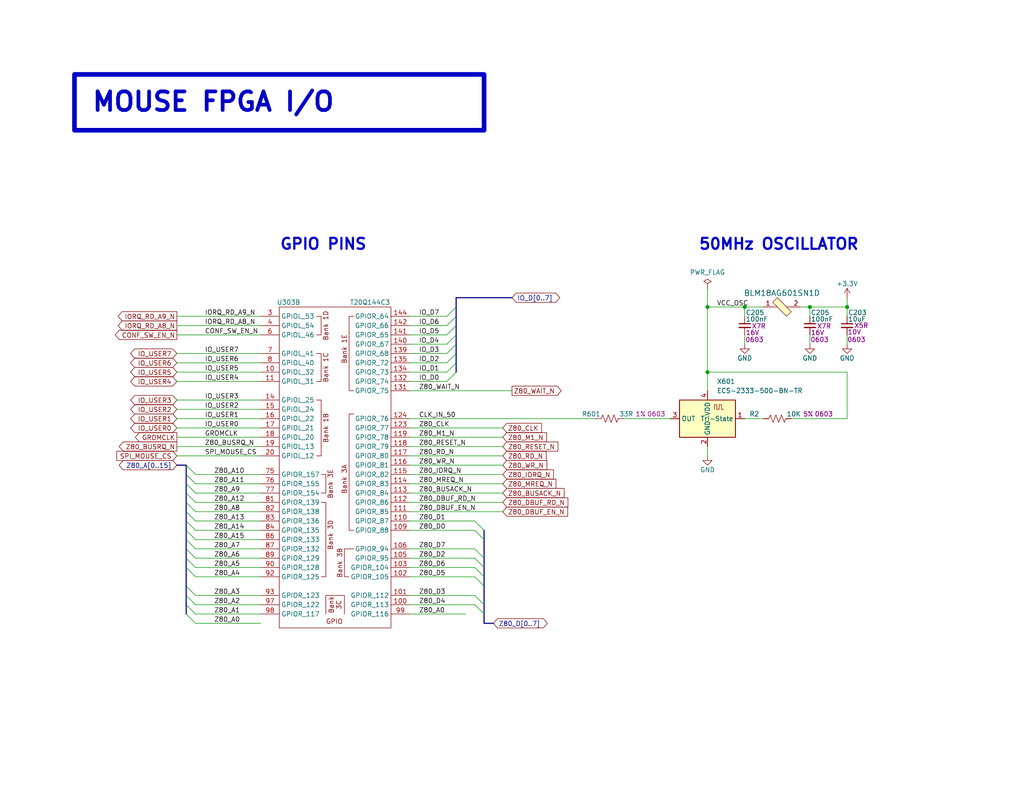
<source format=kicad_sch>
(kicad_sch (version 20230121) (generator eeschema)

  (uuid 85be5f2c-0bcc-4e15-99fe-24cb82514794)

  (paper "USLetter")

  (title_block
    (title "Z80 Retro! - FLEADiP Board")
    (date "2023-06-12")
    (rev "0.0")
    (company "Denno Wiggle")
    (comment 1 "Mouse FPGA I/O Ports")
  )

  (lib_symbols
    (symbol "Oscillator:ECS-2520MV-xxx-xx" (in_bom yes) (on_board yes)
      (property "Reference" "X" (at -5.08 6.35 0)
        (effects (font (size 1.27 1.27)) (justify left))
      )
      (property "Value" "ECS-2520MV-xxx-xx" (at 1.27 -6.35 0)
        (effects (font (size 1.27 1.27)) (justify left))
      )
      (property "Footprint" "Oscillator:Oscillator_SMD_ECS_2520MV-xxx-xx-4Pin_2.5x2.0mm" (at 11.43 -8.89 0)
        (effects (font (size 1.27 1.27)) hide)
      )
      (property "Datasheet" "https://www.ecsxtal.com/store/pdf/ECS-2520MV.pdf" (at -4.445 3.175 0)
        (effects (font (size 1.27 1.27)) hide)
      )
      (property "ki_keywords" "Crystal Clock Oscillator ECS SMD" (at 0 0 0)
        (effects (font (size 1.27 1.27)) hide)
      )
      (property "ki_description" "HCMOS Crystal Clock Oscillator, 2.5x2.0 mm SMD" (at 0 0 0)
        (effects (font (size 1.27 1.27)) hide)
      )
      (property "ki_fp_filters" "Oscillator*SMD*ECS*2520MV*2.5x2.0mm*" (at 0 0 0)
        (effects (font (size 1.27 1.27)) hide)
      )
      (symbol "ECS-2520MV-xxx-xx_0_1"
        (rectangle (start -7.62 5.08) (end 7.62 -5.08)
          (stroke (width 0.254) (type default))
          (fill (type background))
        )
        (polyline
          (pts
            (xy -4.445 2.54)
            (xy -3.81 2.54)
            (xy -3.81 3.81)
            (xy -3.175 3.81)
            (xy -3.175 2.54)
            (xy -2.54 2.54)
            (xy -2.54 3.81)
            (xy -1.905 3.81)
            (xy -1.905 2.54)
          )
          (stroke (width 0) (type default))
          (fill (type none))
        )
      )
      (symbol "ECS-2520MV-xxx-xx_1_1"
        (pin input line (at -10.16 0 0) (length 2.54)
          (name "Tri-State" (effects (font (size 1.27 1.27))))
          (number "1" (effects (font (size 1.27 1.27))))
        )
        (pin power_in line (at 0 -7.62 90) (length 2.54)
          (name "GND" (effects (font (size 1.27 1.27))))
          (number "2" (effects (font (size 1.27 1.27))))
        )
        (pin output line (at 10.16 0 180) (length 2.54)
          (name "OUT" (effects (font (size 1.27 1.27))))
          (number "3" (effects (font (size 1.27 1.27))))
        )
        (pin power_in line (at 0 7.62 270) (length 2.54)
          (name "VDD" (effects (font (size 1.27 1.27))))
          (number "4" (effects (font (size 1.27 1.27))))
        )
      )
    )
    (symbol "WTM:C_100nF_X7R_16V_0805H" (pin_numbers hide) (pin_names (offset 0) hide) (in_bom yes) (on_board yes)
      (property "Reference" "C" (at 0.254 3.556 0) (do_not_autoplace)
        (effects (font (size 1.27 1.27)) (justify left))
      )
      (property "Value" "100nF" (at 0.254 1.778 0) (do_not_autoplace)
        (effects (font (size 1.27 1.27)) (justify left))
      )
      (property "Footprint" "Capacitor_SMD:C_0805_2012Metric_Pad1.18x1.45mm_HandSolder" (at 2.54 -10.16 0)
        (effects (font (size 1.27 1.27)) hide)
      )
      (property "Datasheet" "https://www.we-online.com/katalog/datasheet/885012207045.pdf" (at 0 -25.4 0)
        (effects (font (size 1.27 1.27)) hide)
      )
      (property "Digikey" "732-8045-1-ND" (at 1.27 -12.7 0)
        (effects (font (size 1.27 1.27)) hide)
      )
      (property "Description" "CAP CER 0.1UF 16V X7R 0805" (at 1.27 -22.86 0)
        (effects (font (size 1.27 1.27)) hide)
      )
      (property "Dielectric" "X7R" (at 1.905 -0.127 0) (do_not_autoplace)
        (effects (font (size 1.27 1.27)) (justify left))
      )
      (property "Voltage" "16V" (at 0.254 -1.905 0) (do_not_autoplace)
        (effects (font (size 1.27 1.27)) (justify left))
      )
      (property "MPN" "885012207045" (at 1.27 -20.32 0)
        (effects (font (size 1.27 1.27)) hide)
      )
      (property "Manufacturer" "Würth Elektronik" (at 1.27 -17.78 0)
        (effects (font (size 1.27 1.27)) hide)
      )
      (property "Footprint2" "0805H" (at 0.127 -3.81 0) (do_not_autoplace)
        (effects (font (size 1.27 1.27)) (justify left))
      )
      (property "Digi-Key_PN" "732-8045-1-ND" (at 1.27 -15.24 0)
        (effects (font (size 1.27 1.27)) hide)
      )
      (property "ki_keywords" "capacitor cap" (at 0 0 0)
        (effects (font (size 1.27 1.27)) hide)
      )
      (property "ki_description" "Unpolarized capacitor, small symbol" (at 0 0 0)
        (effects (font (size 1.27 1.27)) hide)
      )
      (property "ki_fp_filters" "C_*" (at 0 0 0)
        (effects (font (size 1.27 1.27)) hide)
      )
      (symbol "C_100nF_X7R_16V_0805H_0_1"
        (polyline
          (pts
            (xy -1.524 -0.508)
            (xy 1.524 -0.508)
          )
          (stroke (width 0.3302) (type default))
          (fill (type none))
        )
        (polyline
          (pts
            (xy -1.524 0.508)
            (xy 1.524 0.508)
          )
          (stroke (width 0.3048) (type default))
          (fill (type none))
        )
      )
      (symbol "C_100nF_X7R_16V_0805H_1_1"
        (pin passive line (at 0 2.54 270) (length 2.032)
          (name "~" (effects (font (size 1.27 1.27))))
          (number "1" (effects (font (size 1.27 1.27))))
        )
        (pin passive line (at 0 -2.54 90) (length 2.032)
          (name "~" (effects (font (size 1.27 1.27))))
          (number "2" (effects (font (size 1.27 1.27))))
        )
      )
    )
    (symbol "WTM:C_10uF_X5R_16V_0805H" (pin_numbers hide) (pin_names (offset 0.254) hide) (in_bom yes) (on_board yes)
      (property "Reference" "C206" (at 0.254 3.556 0) (do_not_autoplace)
        (effects (font (size 1.27 1.27)) (justify left))
      )
      (property "Value" "10uF" (at 0.254 1.778 0) (do_not_autoplace)
        (effects (font (size 1.27 1.27)) (justify left))
      )
      (property "Footprint" "Capacitor_SMD:C_0805_2012Metric_Pad1.18x1.45mm_HandSolder" (at 1.27 -20.32 0)
        (effects (font (size 1.27 1.27)) hide)
      )
      (property "Datasheet" "https://media.digikey.com/pdf/Data%20Sheets/Samsung%20PDFs/CL21A106KOQNNNG_Spec.pdf" (at 0 -10.16 0)
        (effects (font (size 1.27 1.27)) hide)
      )
      (property "Digikey" "1276-6455-1-ND" (at 1.27 -22.86 0)
        (effects (font (size 1.27 1.27)) hide)
      )
      (property "Description" "CAP CER 10UF 16V X5R 0805" (at 1.27 -12.7 0)
        (effects (font (size 1.27 1.27)) hide)
      )
      (property "Dielectric" "X5R" (at 1.905 0.762 0) (do_not_autoplace)
        (effects (font (size 1.27 1.27)) (justify left top))
      )
      (property "Voltage" "16V" (at 0.127 -1.016 0) (do_not_autoplace)
        (effects (font (size 1.27 1.27)) (justify left top))
      )
      (property "Footprint2" "0805H" (at 3.302 -3.81 0) (do_not_autoplace)
        (effects (font (size 1.27 1.27)))
      )
      (property "Digi-Key_PN" "1276-6455-1-ND" (at 1.27 -25.4 0)
        (effects (font (size 1.27 1.27)) hide)
      )
      (property "MPN" "CL21A106KOQNNNG" (at 0 -17.78 0)
        (effects (font (size 1.27 1.27)) hide)
      )
      (property "Manufacturer" "Samsung Electro-Mechanics" (at 1.27 -15.24 0)
        (effects (font (size 1.27 1.27)) hide)
      )
      (property "ki_keywords" "capacitor cap" (at 0 0 0)
        (effects (font (size 1.27 1.27)) hide)
      )
      (property "ki_description" "Unpolarized capacitor, small symbol" (at 0 0 0)
        (effects (font (size 1.27 1.27)) hide)
      )
      (property "ki_fp_filters" "C_*" (at 0 0 0)
        (effects (font (size 1.27 1.27)) hide)
      )
      (symbol "C_10uF_X5R_16V_0805H_0_1"
        (polyline
          (pts
            (xy -1.524 -0.508)
            (xy 1.524 -0.508)
          )
          (stroke (width 0.3302) (type default))
          (fill (type none))
        )
        (polyline
          (pts
            (xy -1.524 0.508)
            (xy 1.524 0.508)
          )
          (stroke (width 0.3048) (type default))
          (fill (type none))
        )
      )
      (symbol "C_10uF_X5R_16V_0805H_1_1"
        (pin passive line (at 0 2.54 270) (length 2.032)
          (name "~" (effects (font (size 1.27 1.27))))
          (number "1" (effects (font (size 1.27 1.27))))
        )
        (pin passive line (at 0 -2.54 90) (length 2.032)
          (name "~" (effects (font (size 1.27 1.27))))
          (number "2" (effects (font (size 1.27 1.27))))
        )
      )
    )
    (symbol "WTM:R_33R_5%_0805H_Horizontal1" (pin_numbers hide) (pin_names (offset 0)) (in_bom yes) (on_board yes)
      (property "Reference" "R" (at -7.62 1.27 0) (do_not_autoplace)
        (effects (font (size 1.27 1.27)) (justify left))
      )
      (property "Value" "33R" (at 2.54 1.27 0) (do_not_autoplace)
        (effects (font (size 1.27 1.27)) (justify left))
      )
      (property "Footprint" "Resistor_SMD:R_0805_2012Metric_Pad1.20x1.40mm_HandSolder" (at 0 -12.7 0)
        (effects (font (size 1.27 1.27)) hide)
      )
      (property "Datasheet" "https://www.yageo.com/upload/media/product/productsearch/datasheet/rchip/PYu-RC_Group_51_RoHS_L_12.pdf" (at 0 -15.24 0)
        (effects (font (size 1.27 1.27)) hide)
      )
      (property "Tolerance" "5%" (at 2.54 -1.27 0) (do_not_autoplace)
        (effects (font (size 1.27 1.27)) (justify left))
      )
      (property "Footprint2" "0805H" (at -8.89 -1.27 0) (do_not_autoplace)
        (effects (font (size 1.27 1.27)) (justify left))
      )
      (property "MPN" "RC0805JR-0733RL" (at 0 -20.32 0)
        (effects (font (size 1.27 1.27)) hide)
      )
      (property "Manufacturer" "Yaego" (at 0 -25.4 0)
        (effects (font (size 1.27 1.27)) hide)
      )
      (property "Description" "RES 33 OHM 5% 1/8W 0805" (at 0 -17.78 0)
        (effects (font (size 1.27 1.27)) hide)
      )
      (property "Digikey" "311-33ARCT-ND" (at 0 -22.86 0)
        (effects (font (size 1.27 1.27)) hide)
      )
      (property "ki_keywords" "R res resistor" (at 0 0 0)
        (effects (font (size 1.27 1.27)) hide)
      )
      (property "ki_description" "Resistor, US symbol" (at 0 0 0)
        (effects (font (size 1.27 1.27)) hide)
      )
      (property "ki_fp_filters" "R_*" (at 0 0 0)
        (effects (font (size 1.27 1.27)) hide)
      )
      (symbol "R_33R_5%_0805H_Horizontal1_0_1"
        (polyline
          (pts
            (xy -2.286 0)
            (xy -2.54 0)
          )
          (stroke (width 0) (type default))
          (fill (type none))
        )
        (polyline
          (pts
            (xy 2.286 0)
            (xy 2.54 0)
          )
          (stroke (width 0) (type default))
          (fill (type none))
        )
        (polyline
          (pts
            (xy -2.286 0)
            (xy -1.905 1.016)
            (xy -1.524 0)
            (xy -1.143 -1.016)
            (xy -0.762 0)
          )
          (stroke (width 0) (type default))
          (fill (type none))
        )
        (polyline
          (pts
            (xy -0.762 0)
            (xy -0.381 1.016)
            (xy 0 0)
            (xy 0.381 -1.016)
            (xy 0.762 0)
          )
          (stroke (width 0) (type default))
          (fill (type none))
        )
        (polyline
          (pts
            (xy 0.762 0)
            (xy 1.143 1.016)
            (xy 1.524 0)
            (xy 1.905 -1.016)
            (xy 2.286 0)
          )
          (stroke (width 0) (type default))
          (fill (type none))
        )
      )
      (symbol "R_33R_5%_0805H_Horizontal1_1_1"
        (pin passive line (at -3.81 0 0) (length 1.27)
          (name "~" (effects (font (size 1.27 1.27))))
          (number "1" (effects (font (size 1.27 1.27))))
        )
        (pin passive line (at 3.81 0 180) (length 1.27)
          (name "~" (effects (font (size 1.27 1.27))))
          (number "2" (effects (font (size 1.27 1.27))))
        )
      )
    )
    (symbol "WTM:T20Q144" (in_bom yes) (on_board yes)
      (property "Reference" "U" (at 6.35 5.08 0) (do_not_autoplace)
        (effects (font (size 1.27 1.27)))
      )
      (property "Value" "T20Q144C3" (at 16.51 5.08 0) (do_not_autoplace)
        (effects (font (size 1.27 1.27)))
      )
      (property "Footprint" "Package_QFP:LQFP-144_20x20mm_P0.5mm" (at 19.05 -93.98 0)
        (effects (font (size 1.27 1.27)) hide)
      )
      (property "Datasheet" "https://www.efinixinc.com/support/docsdl.php?s=ef&pn=DST20" (at 21.59 -96.52 0)
        (effects (font (size 1.27 1.27)) hide)
      )
      (property "Digikey" "2134-T20Q144C3-ND" (at 19.05 -88.9 0)
        (effects (font (size 1.27 1.27)) hide)
      )
      (property "Description" "IC FPGA TRION T20 144QFP" (at 19.05 -91.44 0)
        (effects (font (size 1.27 1.27)) hide)
      )
      (property "MPN" "T20Q144C3" (at 19.05 -86.36 0)
        (effects (font (size 1.27 1.27)) hide)
      )
      (property "Sim.Enable" "0" (at 20.32 -99.06 0)
        (effects (font (size 1.27 1.27)) hide)
      )
      (property "ki_locked" "" (at 0 0 0)
        (effects (font (size 1.27 1.27)))
      )
      (property "ki_keywords" "FPGA Trion Efinix T20" (at 0 0 0)
        (effects (font (size 1.27 1.27)) hide)
      )
      (property "ki_description" "IC FPGA TRION T20 144QFP" (at 0 0 0)
        (effects (font (size 1.27 1.27)) hide)
      )
      (symbol "T20Q144_1_1"
        (rectangle (start 5.08 3.81) (end 27.94 -33.02)
          (stroke (width 0) (type default))
          (fill (type none))
        )
        (text "CONTROL" (at 12.7 -30.48 0)
          (effects (font (size 1.27 1.27)) (justify left top))
        )
        (pin output line (at 33.02 -1.27 180) (length 5.08)
          (name "NSTATUS" (effects (font (size 1.27 1.27))))
          (number "136" (effects (font (size 1.27 1.27))))
        )
        (pin bidirectional line (at 33.02 -26.67 180) (length 5.08)
          (name "CBSEL0" (effects (font (size 1.27 1.27))))
          (number "137" (effects (font (size 1.27 1.27))))
        )
        (pin bidirectional line (at 33.02 -29.21 180) (length 5.08)
          (name "CBSEL1" (effects (font (size 1.27 1.27))))
          (number "138" (effects (font (size 1.27 1.27))))
        )
        (pin output line (at 0 -21.59 0) (length 5.08)
          (name "TDO" (effects (font (size 1.27 1.27))))
          (number "24" (effects (font (size 1.27 1.27))))
        )
        (pin input line (at 0 -26.67 0) (length 5.08)
          (name "TMS" (effects (font (size 1.27 1.27))))
          (number "25" (effects (font (size 1.27 1.27))))
        )
        (pin input line (at 0 -24.13 0) (length 5.08)
          (name "TCK" (effects (font (size 1.27 1.27))))
          (number "26" (effects (font (size 1.27 1.27))))
        )
        (pin input line (at 0 -19.05 0) (length 5.08)
          (name "TDI" (effects (font (size 1.27 1.27))))
          (number "27" (effects (font (size 1.27 1.27))))
        )
        (pin bidirectional line (at 0 -8.89 0) (length 5.08)
          (name "CDI1/MISO" (effects (font (size 1.27 1.27))))
          (number "28" (effects (font (size 1.27 1.27))))
        )
        (pin bidirectional line (at 0 -6.35 0) (length 5.08)
          (name "CDI0/MOSI" (effects (font (size 1.27 1.27))))
          (number "29" (effects (font (size 1.27 1.27))))
        )
        (pin input line (at 0 -11.43 0) (length 5.08)
          (name "CCK" (effects (font (size 1.27 1.27))))
          (number "30" (effects (font (size 1.27 1.27))))
        )
        (pin input line (at 0 -13.97 0) (length 5.08)
          (name "SS_N" (effects (font (size 1.27 1.27))))
          (number "31" (effects (font (size 1.27 1.27))))
        )
        (pin input line (at 33.02 -19.05 180) (length 5.08)
          (name "CSI" (effects (font (size 1.27 1.27))))
          (number "32" (effects (font (size 1.27 1.27))))
        )
        (pin output line (at 33.02 -21.59 180) (length 5.08)
          (name "CSO" (effects (font (size 1.27 1.27))))
          (number "33" (effects (font (size 1.27 1.27))))
        )
        (pin open_collector line (at 33.02 1.27 180) (length 5.08)
          (name "CDONE" (effects (font (size 1.27 1.27))))
          (number "34" (effects (font (size 1.27 1.27))))
        )
        (pin input line (at 0 1.27 0) (length 5.08)
          (name "CRESET_N" (effects (font (size 1.27 1.27))))
          (number "35" (effects (font (size 1.27 1.27))))
        )
        (pin input line (at 0 -29.21 0) (length 5.08)
          (name "TEST_N" (effects (font (size 1.27 1.27))))
          (number "74" (effects (font (size 1.27 1.27))))
        )
        (pin bidirectional line (at 33.02 -6.35 180) (length 5.08)
          (name "CBUS0" (effects (font (size 1.27 1.27))))
          (number "78" (effects (font (size 1.27 1.27))))
        )
        (pin bidirectional line (at 33.02 -8.89 180) (length 5.08)
          (name "CBUS1" (effects (font (size 1.27 1.27))))
          (number "79" (effects (font (size 1.27 1.27))))
        )
        (pin bidirectional line (at 33.02 -11.43 180) (length 5.08)
          (name "CBUS2" (effects (font (size 1.27 1.27))))
          (number "80" (effects (font (size 1.27 1.27))))
        )
      )
      (symbol "T20Q144_2_1"
        (polyline
          (pts
            (xy 15.24 -22.86)
            (xy 16.51 -22.86)
            (xy 16.51 -38.1)
            (xy 15.24 -38.1)
          )
          (stroke (width 0) (type default))
          (fill (type none))
        )
        (polyline
          (pts
            (xy 15.24 -10.16)
            (xy 16.51 -10.16)
            (xy 16.51 -17.78)
            (xy 15.24 -17.78)
          )
          (stroke (width 0) (type default))
          (fill (type none))
        )
        (polyline
          (pts
            (xy 15.24 0)
            (xy 16.51 0)
            (xy 16.51 -5.08)
            (xy 15.24 -5.08)
          )
          (stroke (width 0) (type default))
          (fill (type none))
        )
        (polyline
          (pts
            (xy 16.51 -50.8)
            (xy 17.78 -50.8)
            (xy 17.78 -71.12)
            (xy 16.51 -71.12)
          )
          (stroke (width 0) (type default))
          (fill (type none))
        )
        (polyline
          (pts
            (xy 16.51 -43.18)
            (xy 17.78 -43.18)
            (xy 17.78 -48.26)
            (xy 16.51 -48.26)
          )
          (stroke (width 0) (type default))
          (fill (type none))
        )
        (polyline
          (pts
            (xy 17.78 -81.28)
            (xy 17.78 -76.2)
            (xy 22.86 -76.2)
            (xy 22.86 -81.28)
          )
          (stroke (width 0) (type default))
          (fill (type none))
        )
        (polyline
          (pts
            (xy 24.13 -71.12)
            (xy 22.86 -71.12)
            (xy 22.86 -63.5)
            (xy 25.4 -63.5)
          )
          (stroke (width 0) (type default))
          (fill (type none))
        )
        (polyline
          (pts
            (xy 25.4 -58.42)
            (xy 24.13 -58.42)
            (xy 24.13 -26.67)
            (xy 25.4 -26.67)
          )
          (stroke (width 0) (type default))
          (fill (type none))
        )
        (polyline
          (pts
            (xy 25.4 -20.32)
            (xy 24.13 -20.32)
            (xy 24.13 0)
            (xy 25.4 0)
          )
          (stroke (width 0) (type default))
          (fill (type none))
        )
        (rectangle (start 5.08 2.54) (end 35.56 -85.09)
          (stroke (width 0) (type default))
          (fill (type none))
        )
        (text "Bank\n3C" (at 20.32 -78.74 900)
          (effects (font (size 1.27 1.27)))
        )
        (text "Bank 1B" (at 17.78 -30.48 900)
          (effects (font (size 1.27 1.27)))
        )
        (text "Bank 1C" (at 17.78 -13.97 900)
          (effects (font (size 1.27 1.27)))
        )
        (text "Bank 1D" (at 17.78 -2.54 900)
          (effects (font (size 1.27 1.27)))
        )
        (text "Bank 1E" (at 22.86 -8.89 900)
          (effects (font (size 1.27 1.27)))
        )
        (text "Bank 3A" (at 22.86 -44.45 900)
          (effects (font (size 1.27 1.27)))
        )
        (text "Bank 3B" (at 21.59 -67.31 900)
          (effects (font (size 1.27 1.27)))
        )
        (text "Bank 3D" (at 19.05 -59.69 900)
          (effects (font (size 1.27 1.27)))
        )
        (text "Bank 3E" (at 19.05 -45.72 900)
          (effects (font (size 1.27 1.27)))
        )
        (text "GPIO" (at 17.78 -82.55 0)
          (effects (font (size 1.27 1.27)) (justify left top))
        )
        (pin bidirectional line (at 0 -15.24 0) (length 5.08)
          (name "GPIOL_32" (effects (font (size 1.27 1.27))))
          (number "10" (effects (font (size 1.27 1.27))))
        )
        (pin bidirectional line (at 40.64 -78.74 180) (length 5.08)
          (name "GPIOR_113" (effects (font (size 1.27 1.27))))
          (number "100" (effects (font (size 1.27 1.27))))
        )
        (pin bidirectional line (at 40.64 -76.2 180) (length 5.08)
          (name "GPIOR_112" (effects (font (size 1.27 1.27))))
          (number "101" (effects (font (size 1.27 1.27))))
        )
        (pin bidirectional line (at 40.64 -71.12 180) (length 5.08)
          (name "GPIOR_105" (effects (font (size 1.27 1.27))))
          (number "102" (effects (font (size 1.27 1.27))))
        )
        (pin bidirectional line (at 40.64 -68.58 180) (length 5.08)
          (name "GPIOR_104" (effects (font (size 1.27 1.27))))
          (number "103" (effects (font (size 1.27 1.27))))
        )
        (pin bidirectional line (at 40.64 -66.04 180) (length 5.08)
          (name "GPIOR_95" (effects (font (size 1.27 1.27))))
          (number "105" (effects (font (size 1.27 1.27))))
        )
        (pin bidirectional line (at 40.64 -63.5 180) (length 5.08)
          (name "GPIOR_94" (effects (font (size 1.27 1.27))))
          (number "106" (effects (font (size 1.27 1.27))))
        )
        (pin bidirectional line (at 40.64 -58.42 180) (length 5.08)
          (name "GPIOR_88" (effects (font (size 1.27 1.27))))
          (number "109" (effects (font (size 1.27 1.27))))
        )
        (pin bidirectional line (at 0 -17.78 0) (length 5.08)
          (name "GPIOL_31" (effects (font (size 1.27 1.27))))
          (number "11" (effects (font (size 1.27 1.27))))
        )
        (pin bidirectional line (at 40.64 -55.88 180) (length 5.08)
          (name "GPIOR_87" (effects (font (size 1.27 1.27))))
          (number "110" (effects (font (size 1.27 1.27))))
        )
        (pin bidirectional line (at 40.64 -53.34 180) (length 5.08)
          (name "GPIOR_85" (effects (font (size 1.27 1.27))))
          (number "111" (effects (font (size 1.27 1.27))))
        )
        (pin bidirectional line (at 40.64 -50.8 180) (length 5.08)
          (name "GPIOR_86" (effects (font (size 1.27 1.27))))
          (number "112" (effects (font (size 1.27 1.27))))
        )
        (pin bidirectional line (at 40.64 -48.26 180) (length 5.08)
          (name "GPIOR_84" (effects (font (size 1.27 1.27))))
          (number "113" (effects (font (size 1.27 1.27))))
        )
        (pin bidirectional line (at 40.64 -45.72 180) (length 5.08)
          (name "GPIOR_83" (effects (font (size 1.27 1.27))))
          (number "114" (effects (font (size 1.27 1.27))))
        )
        (pin bidirectional line (at 40.64 -43.18 180) (length 5.08)
          (name "GPIOR_82" (effects (font (size 1.27 1.27))))
          (number "115" (effects (font (size 1.27 1.27))))
        )
        (pin bidirectional line (at 40.64 -40.64 180) (length 5.08)
          (name "GPIOR_81" (effects (font (size 1.27 1.27))))
          (number "116" (effects (font (size 1.27 1.27))))
        )
        (pin bidirectional line (at 40.64 -38.1 180) (length 5.08)
          (name "GPIOR_80" (effects (font (size 1.27 1.27))))
          (number "117" (effects (font (size 1.27 1.27))))
        )
        (pin bidirectional line (at 40.64 -35.56 180) (length 5.08)
          (name "GPIOR_79" (effects (font (size 1.27 1.27))))
          (number "118" (effects (font (size 1.27 1.27))))
        )
        (pin bidirectional line (at 40.64 -33.02 180) (length 5.08)
          (name "GPIOR_78" (effects (font (size 1.27 1.27))))
          (number "119" (effects (font (size 1.27 1.27))))
        )
        (pin bidirectional line (at 40.64 -30.48 180) (length 5.08)
          (name "GPIOR_77" (effects (font (size 1.27 1.27))))
          (number "123" (effects (font (size 1.27 1.27))))
        )
        (pin bidirectional line (at 40.64 -27.94 180) (length 5.08)
          (name "GPIOR_76" (effects (font (size 1.27 1.27))))
          (number "124" (effects (font (size 1.27 1.27))))
        )
        (pin bidirectional line (at 40.64 -20.32 180) (length 5.08)
          (name "GPIOR_75" (effects (font (size 1.27 1.27))))
          (number "131" (effects (font (size 1.27 1.27))))
        )
        (pin bidirectional line (at 40.64 -17.78 180) (length 5.08)
          (name "GPIOR_74" (effects (font (size 1.27 1.27))))
          (number "132" (effects (font (size 1.27 1.27))))
        )
        (pin bidirectional line (at 40.64 -15.24 180) (length 5.08)
          (name "GPIOR_73" (effects (font (size 1.27 1.27))))
          (number "134" (effects (font (size 1.27 1.27))))
        )
        (pin bidirectional line (at 40.64 -12.7 180) (length 5.08)
          (name "GPIOR_72" (effects (font (size 1.27 1.27))))
          (number "135" (effects (font (size 1.27 1.27))))
        )
        (pin bidirectional line (at 40.64 -10.16 180) (length 5.08)
          (name "GPIOR_68" (effects (font (size 1.27 1.27))))
          (number "139" (effects (font (size 1.27 1.27))))
        )
        (pin bidirectional line (at 0 -22.86 0) (length 5.08)
          (name "GPIOL_25" (effects (font (size 1.27 1.27))))
          (number "14" (effects (font (size 1.27 1.27))))
        )
        (pin bidirectional line (at 40.64 -7.62 180) (length 5.08)
          (name "GPIOR_67" (effects (font (size 1.27 1.27))))
          (number "140" (effects (font (size 1.27 1.27))))
        )
        (pin bidirectional line (at 40.64 -5.08 180) (length 5.08)
          (name "GPIOR_65" (effects (font (size 1.27 1.27))))
          (number "141" (effects (font (size 1.27 1.27))))
        )
        (pin bidirectional line (at 40.64 -2.54 180) (length 5.08)
          (name "GPIOR_66" (effects (font (size 1.27 1.27))))
          (number "142" (effects (font (size 1.27 1.27))))
        )
        (pin bidirectional line (at 40.64 0 180) (length 5.08)
          (name "GPIOR_64" (effects (font (size 1.27 1.27))))
          (number "144" (effects (font (size 1.27 1.27))))
        )
        (pin bidirectional line (at 0 -25.4 0) (length 5.08)
          (name "GPIOL_24" (effects (font (size 1.27 1.27))))
          (number "15" (effects (font (size 1.27 1.27))))
        )
        (pin bidirectional line (at 0 -27.94 0) (length 5.08)
          (name "GPIOL_22" (effects (font (size 1.27 1.27))))
          (number "16" (effects (font (size 1.27 1.27))))
        )
        (pin bidirectional line (at 0 -30.48 0) (length 5.08)
          (name "GPIOL_21" (effects (font (size 1.27 1.27))))
          (number "17" (effects (font (size 1.27 1.27))))
        )
        (pin bidirectional line (at 0 -33.02 0) (length 5.08)
          (name "GPIOL_20" (effects (font (size 1.27 1.27))))
          (number "18" (effects (font (size 1.27 1.27))))
        )
        (pin bidirectional line (at 0 -35.56 0) (length 5.08)
          (name "GPIOL_13" (effects (font (size 1.27 1.27))))
          (number "19" (effects (font (size 1.27 1.27))))
        )
        (pin bidirectional line (at 0 -38.1 0) (length 5.08)
          (name "GPIOL_12" (effects (font (size 1.27 1.27))))
          (number "20" (effects (font (size 1.27 1.27))))
        )
        (pin bidirectional line (at 0 0 0) (length 5.08)
          (name "GPIOL_53" (effects (font (size 1.27 1.27))))
          (number "3" (effects (font (size 1.27 1.27))))
        )
        (pin bidirectional line (at 0 -2.54 0) (length 5.08)
          (name "GPIOL_54" (effects (font (size 1.27 1.27))))
          (number "4" (effects (font (size 1.27 1.27))))
        )
        (pin bidirectional line (at 0 -5.08 0) (length 5.08)
          (name "GPIOL_46" (effects (font (size 1.27 1.27))))
          (number "6" (effects (font (size 1.27 1.27))))
        )
        (pin bidirectional line (at 0 -10.16 0) (length 5.08)
          (name "GPIOL_41" (effects (font (size 1.27 1.27))))
          (number "7" (effects (font (size 1.27 1.27))))
        )
        (pin bidirectional line (at 0 -43.18 0) (length 5.08)
          (name "GPIOR_157" (effects (font (size 1.27 1.27))))
          (number "75" (effects (font (size 1.27 1.27))))
        )
        (pin bidirectional line (at 0 -45.72 0) (length 5.08)
          (name "GPIOR_155" (effects (font (size 1.27 1.27))))
          (number "76" (effects (font (size 1.27 1.27))))
        )
        (pin bidirectional line (at 0 -48.26 0) (length 5.08)
          (name "GPIOR_154" (effects (font (size 1.27 1.27))))
          (number "77" (effects (font (size 1.27 1.27))))
        )
        (pin bidirectional line (at 0 -12.7 0) (length 5.08)
          (name "GPIOL_40" (effects (font (size 1.27 1.27))))
          (number "8" (effects (font (size 1.27 1.27))))
        )
        (pin bidirectional line (at 0 -50.8 0) (length 5.08)
          (name "GPIOR_139" (effects (font (size 1.27 1.27))))
          (number "81" (effects (font (size 1.27 1.27))))
        )
        (pin bidirectional line (at 0 -53.34 0) (length 5.08)
          (name "GPIOR_138" (effects (font (size 1.27 1.27))))
          (number "82" (effects (font (size 1.27 1.27))))
        )
        (pin bidirectional line (at 0 -55.88 0) (length 5.08)
          (name "GPIOR_136" (effects (font (size 1.27 1.27))))
          (number "83" (effects (font (size 1.27 1.27))))
        )
        (pin bidirectional line (at 0 -58.42 0) (length 5.08)
          (name "GPIOR_135" (effects (font (size 1.27 1.27))))
          (number "84" (effects (font (size 1.27 1.27))))
        )
        (pin bidirectional line (at 0 -60.96 0) (length 5.08)
          (name "GPIOR_133" (effects (font (size 1.27 1.27))))
          (number "86" (effects (font (size 1.27 1.27))))
        )
        (pin bidirectional line (at 0 -63.5 0) (length 5.08)
          (name "GPIOR_132" (effects (font (size 1.27 1.27))))
          (number "87" (effects (font (size 1.27 1.27))))
        )
        (pin bidirectional line (at 0 -66.04 0) (length 5.08)
          (name "GPIOR_129" (effects (font (size 1.27 1.27))))
          (number "89" (effects (font (size 1.27 1.27))))
        )
        (pin bidirectional line (at 0 -68.58 0) (length 5.08)
          (name "GPIOR_128" (effects (font (size 1.27 1.27))))
          (number "90" (effects (font (size 1.27 1.27))))
        )
        (pin bidirectional line (at 0 -71.12 0) (length 5.08)
          (name "GPIOR_125" (effects (font (size 1.27 1.27))))
          (number "92" (effects (font (size 1.27 1.27))))
        )
        (pin bidirectional line (at 0 -76.2 0) (length 5.08)
          (name "GPIOR_123" (effects (font (size 1.27 1.27))))
          (number "93" (effects (font (size 1.27 1.27))))
        )
        (pin bidirectional line (at 0 -78.74 0) (length 5.08)
          (name "GPIOR_122" (effects (font (size 1.27 1.27))))
          (number "97" (effects (font (size 1.27 1.27))))
        )
        (pin bidirectional line (at 0 -81.28 0) (length 5.08)
          (name "GPIOR_117" (effects (font (size 1.27 1.27))))
          (number "98" (effects (font (size 1.27 1.27))))
        )
        (pin bidirectional line (at 40.64 -81.28 180) (length 5.08)
          (name "GPIOR_116" (effects (font (size 1.27 1.27))))
          (number "99" (effects (font (size 1.27 1.27))))
        )
      )
      (symbol "T20Q144_3_1"
        (polyline
          (pts
            (xy 19.05 0)
            (xy 20.32 0)
            (xy 20.32 -48.26)
            (xy 19.05 -48.26)
          )
          (stroke (width 0) (type default))
          (fill (type none))
        )
        (polyline
          (pts
            (xy 26.67 -48.26)
            (xy 25.4 -48.26)
            (xy 25.4 0)
            (xy 26.67 0)
          )
          (stroke (width 0) (type default))
          (fill (type none))
        )
        (rectangle (start 5.08 2.54) (end 40.64 -53.34)
          (stroke (width 0) (type default))
          (fill (type none))
        )
        (text "Bank 4A" (at 21.59 -26.67 900)
          (effects (font (size 1.27 1.27)))
        )
        (text "Bank 4B" (at 24.13 -26.67 900)
          (effects (font (size 1.27 1.27)))
        )
        (text "SERDES" (at 19.05 -50.8 0)
          (effects (font (size 1.27 1.27)) (justify left top))
        )
        (pin input line (at 45.72 -48.26 180) (length 5.08)
          (name "REF_RES" (effects (font (size 1.27 1.27))))
          (number "36" (effects (font (size 1.27 1.27))))
        )
        (pin bidirectional line (at 45.72 0 180) (length 5.08)
          (name "GPIOB_TXP00" (effects (font (size 1.27 1.27))))
          (number "38" (effects (font (size 1.27 1.27))))
        )
        (pin bidirectional line (at 45.72 -2.54 180) (length 5.08)
          (name "GPIOB_TXN00" (effects (font (size 1.27 1.27))))
          (number "39" (effects (font (size 1.27 1.27))))
        )
        (pin bidirectional line (at 45.72 -7.62 180) (length 5.08)
          (name "GPIOB_TXP02" (effects (font (size 1.27 1.27))))
          (number "40" (effects (font (size 1.27 1.27))))
        )
        (pin bidirectional line (at 45.72 -10.16 180) (length 5.08)
          (name "GPIOB_TXN02" (effects (font (size 1.27 1.27))))
          (number "41" (effects (font (size 1.27 1.27))))
        )
        (pin bidirectional line (at 45.72 -15.24 180) (length 5.08)
          (name "GPIOB_TXP04" (effects (font (size 1.27 1.27))))
          (number "42" (effects (font (size 1.27 1.27))))
        )
        (pin bidirectional line (at 45.72 -17.78 180) (length 5.08)
          (name "GPIOB_TXN04" (effects (font (size 1.27 1.27))))
          (number "43" (effects (font (size 1.27 1.27))))
        )
        (pin bidirectional line (at 45.72 -22.86 180) (length 5.08)
          (name "GPIOB_TXP06" (effects (font (size 1.27 1.27))))
          (number "45" (effects (font (size 1.27 1.27))))
        )
        (pin bidirectional line (at 45.72 -25.4 180) (length 5.08)
          (name "GPIOB_TXN06" (effects (font (size 1.27 1.27))))
          (number "46" (effects (font (size 1.27 1.27))))
        )
        (pin bidirectional line (at 45.72 -30.48 180) (length 5.08)
          (name "GPIOB_TXP09" (effects (font (size 1.27 1.27))))
          (number "47" (effects (font (size 1.27 1.27))))
        )
        (pin bidirectional line (at 45.72 -33.02 180) (length 5.08)
          (name "GPIOB_TXN09" (effects (font (size 1.27 1.27))))
          (number "48" (effects (font (size 1.27 1.27))))
        )
        (pin bidirectional line (at 45.72 -38.1 180) (length 5.08)
          (name "GPIOB_TXP11" (effects (font (size 1.27 1.27))))
          (number "53" (effects (font (size 1.27 1.27))))
        )
        (pin bidirectional line (at 45.72 -40.64 180) (length 5.08)
          (name "GPIOB_TXN11" (effects (font (size 1.27 1.27))))
          (number "54" (effects (font (size 1.27 1.27))))
        )
        (pin bidirectional line (at 0 0 0) (length 5.08)
          (name "GPIOB_RXP00" (effects (font (size 1.27 1.27))))
          (number "55" (effects (font (size 1.27 1.27))))
        )
        (pin bidirectional line (at 0 -2.54 0) (length 5.08)
          (name "GPIOB_RXN00" (effects (font (size 1.27 1.27))))
          (number "56" (effects (font (size 1.27 1.27))))
        )
        (pin bidirectional line (at 0 -7.62 0) (length 5.08)
          (name "GPIOB_RXP02" (effects (font (size 1.27 1.27))))
          (number "58" (effects (font (size 1.27 1.27))))
        )
        (pin bidirectional line (at 0 -10.16 0) (length 5.08)
          (name "GPIOB_RXN02" (effects (font (size 1.27 1.27))))
          (number "59" (effects (font (size 1.27 1.27))))
        )
        (pin bidirectional line (at 0 -17.78 0) (length 5.08)
          (name "GPIOB_RXN03" (effects (font (size 1.27 1.27))))
          (number "60" (effects (font (size 1.27 1.27))))
        )
        (pin bidirectional line (at 0 -15.24 0) (length 5.08)
          (name "GPIOB_RXP03" (effects (font (size 1.27 1.27))))
          (number "61" (effects (font (size 1.27 1.27))))
        )
        (pin bidirectional line (at 0 -25.4 0) (length 5.08)
          (name "GPIOB_RXN07" (effects (font (size 1.27 1.27))))
          (number "65" (effects (font (size 1.27 1.27))))
        )
        (pin bidirectional line (at 0 -22.86 0) (length 5.08)
          (name "GPIOB_RXP07" (effects (font (size 1.27 1.27))))
          (number "66" (effects (font (size 1.27 1.27))))
        )
        (pin bidirectional line (at 0 -30.48 0) (length 5.08)
          (name "GPIOB_RXP10" (effects (font (size 1.27 1.27))))
          (number "67" (effects (font (size 1.27 1.27))))
        )
        (pin bidirectional line (at 0 -33.02 0) (length 5.08)
          (name "GPIOB_RXN10" (effects (font (size 1.27 1.27))))
          (number "68" (effects (font (size 1.27 1.27))))
        )
        (pin bidirectional line (at 0 -40.64 0) (length 5.08)
          (name "GPIOB_RXN12" (effects (font (size 1.27 1.27))))
          (number "69" (effects (font (size 1.27 1.27))))
        )
        (pin bidirectional line (at 0 -38.1 0) (length 5.08)
          (name "GPIOB_RXP12" (effects (font (size 1.27 1.27))))
          (number "70" (effects (font (size 1.27 1.27))))
        )
        (pin bidirectional line (at 0 -45.72 0) (length 5.08)
          (name "GPIOB_CLKP" (effects (font (size 1.27 1.27))))
          (number "71" (effects (font (size 1.27 1.27))))
        )
        (pin bidirectional line (at 0 -48.26 0) (length 5.08)
          (name "GPIOB_CLKN" (effects (font (size 1.27 1.27))))
          (number "72" (effects (font (size 1.27 1.27))))
        )
      )
      (symbol "T20Q144_4_1"
        (rectangle (start 5.08 2.54) (end 27.94 -59.69)
          (stroke (width 0) (type default))
          (fill (type none))
        )
        (text "POWER" (at 16.51 -58.42 0)
          (effects (font (size 1.27 1.27)))
        )
        (pin power_in line (at 0 -38.1 0) (length 5.08)
          (name "GND" (effects (font (size 1.27 1.27))))
          (number "1" (effects (font (size 1.27 1.27))))
        )
        (pin power_in line (at 33.02 -55.88 180) (length 5.08)
          (name "GND" (effects (font (size 1.27 1.27))))
          (number "104" (effects (font (size 1.27 1.27))))
        )
        (pin power_in line (at 33.02 -30.48 180) (length 5.08)
          (name "VCCA_TR" (effects (font (size 1.27 1.27))))
          (number "107" (effects (font (size 1.27 1.27))))
        )
        (pin power_in line (at 33.02 -53.34 180) (length 5.08)
          (name "GND" (effects (font (size 1.27 1.27))))
          (number "108" (effects (font (size 1.27 1.27))))
        )
        (pin power_in line (at 0 -5.08 0) (length 5.08)
          (name "VCCIO1C_1D" (effects (font (size 1.27 1.27))))
          (number "12" (effects (font (size 1.27 1.27))))
        )
        (pin power_in line (at 33.02 -50.8 180) (length 5.08)
          (name "GND" (effects (font (size 1.27 1.27))))
          (number "120" (effects (font (size 1.27 1.27))))
        )
        (pin power_in line (at 33.02 -48.26 180) (length 5.08)
          (name "GND" (effects (font (size 1.27 1.27))))
          (number "121" (effects (font (size 1.27 1.27))))
        )
        (pin power_in line (at 0 -10.16 0) (length 5.08)
          (name "VCCIO3A" (effects (font (size 1.27 1.27))))
          (number "122" (effects (font (size 1.27 1.27))))
        )
        (pin power_in line (at 33.02 -5.08 180) (length 5.08)
          (name "VCC" (effects (font (size 1.27 1.27))))
          (number "125" (effects (font (size 1.27 1.27))))
        )
        (pin power_in line (at 33.02 -45.72 180) (length 5.08)
          (name "GND" (effects (font (size 1.27 1.27))))
          (number "126" (effects (font (size 1.27 1.27))))
        )
        (pin power_in line (at 33.02 -43.18 180) (length 5.08)
          (name "GND" (effects (font (size 1.27 1.27))))
          (number "127" (effects (font (size 1.27 1.27))))
        )
        (pin power_in line (at 33.02 -2.54 180) (length 5.08)
          (name "VCC" (effects (font (size 1.27 1.27))))
          (number "128" (effects (font (size 1.27 1.27))))
        )
        (pin power_in line (at 33.02 -40.64 180) (length 5.08)
          (name "GND" (effects (font (size 1.27 1.27))))
          (number "129" (effects (font (size 1.27 1.27))))
        )
        (pin power_in line (at 33.02 -20.32 180) (length 5.08)
          (name "VCC" (effects (font (size 1.27 1.27))))
          (number "13" (effects (font (size 1.27 1.27))))
        )
        (pin power_in line (at 33.02 0 180) (length 5.08)
          (name "VCC" (effects (font (size 1.27 1.27))))
          (number "130" (effects (font (size 1.27 1.27))))
        )
        (pin power_in line (at 33.02 -38.1 180) (length 5.08)
          (name "GND" (effects (font (size 1.27 1.27))))
          (number "133" (effects (font (size 1.27 1.27))))
        )
        (pin power_in line (at 0 -7.62 0) (length 5.08)
          (name "VCCIO1E" (effects (font (size 1.27 1.27))))
          (number "143" (effects (font (size 1.27 1.27))))
        )
        (pin power_in line (at 33.02 -27.94 180) (length 5.08)
          (name "VCCA_TL" (effects (font (size 1.27 1.27))))
          (number "2" (effects (font (size 1.27 1.27))))
        )
        (pin power_in line (at 0 -2.54 0) (length 5.08)
          (name "VCCIO1B" (effects (font (size 1.27 1.27))))
          (number "21" (effects (font (size 1.27 1.27))))
        )
        (pin power_in line (at 33.02 -17.78 180) (length 5.08)
          (name "VCC" (effects (font (size 1.27 1.27))))
          (number "22" (effects (font (size 1.27 1.27))))
        )
        (pin power_in line (at 0 0 0) (length 5.08)
          (name "VCCIO1A" (effects (font (size 1.27 1.27))))
          (number "23" (effects (font (size 1.27 1.27))))
        )
        (pin power_in line (at 0 -45.72 0) (length 5.08)
          (name "GND" (effects (font (size 1.27 1.27))))
          (number "37" (effects (font (size 1.27 1.27))))
        )
        (pin power_in line (at 0 -48.26 0) (length 5.08)
          (name "GND" (effects (font (size 1.27 1.27))))
          (number "44" (effects (font (size 1.27 1.27))))
        )
        (pin power_in line (at 33.02 -15.24 180) (length 5.08)
          (name "VCC" (effects (font (size 1.27 1.27))))
          (number "49" (effects (font (size 1.27 1.27))))
        )
        (pin power_in line (at 0 -40.64 0) (length 5.08)
          (name "GND" (effects (font (size 1.27 1.27))))
          (number "5" (effects (font (size 1.27 1.27))))
        )
        (pin power_in line (at 0 -50.8 0) (length 5.08)
          (name "GND" (effects (font (size 1.27 1.27))))
          (number "50" (effects (font (size 1.27 1.27))))
        )
        (pin power_in line (at 0 -25.4 0) (length 5.08)
          (name "VCCIO4B" (effects (font (size 1.27 1.27))))
          (number "51" (effects (font (size 1.27 1.27))))
        )
        (pin power_in line (at 0 -27.94 0) (length 5.08)
          (name "VCCIO4B" (effects (font (size 1.27 1.27))))
          (number "52" (effects (font (size 1.27 1.27))))
        )
        (pin power_in line (at 33.02 -12.7 180) (length 5.08)
          (name "VCC" (effects (font (size 1.27 1.27))))
          (number "57" (effects (font (size 1.27 1.27))))
        )
        (pin power_in line (at 0 -20.32 0) (length 5.08)
          (name "VCCIO4A" (effects (font (size 1.27 1.27))))
          (number "62" (effects (font (size 1.27 1.27))))
        )
        (pin power_in line (at 0 -22.86 0) (length 5.08)
          (name "VCCIO4A" (effects (font (size 1.27 1.27))))
          (number "63" (effects (font (size 1.27 1.27))))
        )
        (pin power_in line (at 0 -53.34 0) (length 5.08)
          (name "GND" (effects (font (size 1.27 1.27))))
          (number "64" (effects (font (size 1.27 1.27))))
        )
        (pin power_in line (at 33.02 -25.4 180) (length 5.08)
          (name "VCCA_BR" (effects (font (size 1.27 1.27))))
          (number "73" (effects (font (size 1.27 1.27))))
        )
        (pin power_in line (at 33.02 -10.16 180) (length 5.08)
          (name "VCC" (effects (font (size 1.27 1.27))))
          (number "85" (effects (font (size 1.27 1.27))))
        )
        (pin power_in line (at 0 -17.78 0) (length 5.08)
          (name "VCCIO3E" (effects (font (size 1.27 1.27))))
          (number "88" (effects (font (size 1.27 1.27))))
        )
        (pin power_in line (at 0 -43.18 0) (length 5.08)
          (name "GND" (effects (font (size 1.27 1.27))))
          (number "9" (effects (font (size 1.27 1.27))))
        )
        (pin power_in line (at 0 -15.24 0) (length 5.08)
          (name "VCCIO3D" (effects (font (size 1.27 1.27))))
          (number "91" (effects (font (size 1.27 1.27))))
        )
        (pin power_in line (at 0 -55.88 0) (length 5.08)
          (name "GND" (effects (font (size 1.27 1.27))))
          (number "94" (effects (font (size 1.27 1.27))))
        )
        (pin power_in line (at 0 -12.7 0) (length 5.08)
          (name "VCCIO3B_3C" (effects (font (size 1.27 1.27))))
          (number "95" (effects (font (size 1.27 1.27))))
        )
        (pin power_in line (at 33.02 -7.62 180) (length 5.08)
          (name "VCC" (effects (font (size 1.27 1.27))))
          (number "96" (effects (font (size 1.27 1.27))))
        )
      )
    )
    (symbol "dk_Ferrite-Beads-and-Chips:BLM18AG601SN1D" (pin_names (offset 1.016)) (in_bom yes) (on_board yes)
      (property "Reference" "FB" (at -2.54 3.81 0)
        (effects (font (size 1.524 1.524)))
      )
      (property "Value" "BLM18AG601SN1D" (at 0 -3.81 0)
        (effects (font (size 1.524 1.524)) (justify left))
      )
      (property "Footprint" "digikey-footprints:0603" (at 5.08 5.08 0)
        (effects (font (size 1.524 1.524)) (justify left) hide)
      )
      (property "Datasheet" "https://www.murata.com/en-us/products/productdata/8796738650142/ENFA0003.pdf" (at 5.08 7.62 0)
        (effects (font (size 1.524 1.524)) (justify left) hide)
      )
      (property "Digi-Key_PN" "490-1014-1-ND" (at 5.08 10.16 0)
        (effects (font (size 1.524 1.524)) (justify left) hide)
      )
      (property "MPN" "BLM18AG601SN1D" (at 5.08 12.7 0)
        (effects (font (size 1.524 1.524)) (justify left) hide)
      )
      (property "Category" "Filters" (at 5.08 15.24 0)
        (effects (font (size 1.524 1.524)) (justify left) hide)
      )
      (property "Family" "Ferrite Beads and Chips" (at 5.08 17.78 0)
        (effects (font (size 1.524 1.524)) (justify left) hide)
      )
      (property "DK_Datasheet_Link" "https://www.murata.com/en-us/products/productdata/8796738650142/ENFA0003.pdf" (at 5.08 20.32 0)
        (effects (font (size 1.524 1.524)) (justify left) hide)
      )
      (property "DK_Detail_Page" "/product-detail/en/murata-electronics-north-america/BLM18AG601SN1D/490-1014-1-ND/584462" (at 5.08 22.86 0)
        (effects (font (size 1.524 1.524)) (justify left) hide)
      )
      (property "Description" "FERRITE BEAD 600 OHM 0603 1LN" (at 5.08 25.4 0)
        (effects (font (size 1.524 1.524)) (justify left) hide)
      )
      (property "Manufacturer" "Murata Electronics North America" (at 5.08 27.94 0)
        (effects (font (size 1.524 1.524)) (justify left) hide)
      )
      (property "Status" "Active" (at 5.08 30.48 0)
        (effects (font (size 1.524 1.524)) (justify left) hide)
      )
      (property "ki_description" "FERRITE BEAD 600 OHM 0603 1LN" (at 0 0 0)
        (effects (font (size 1.27 1.27)) hide)
      )
      (symbol "BLM18AG601SN1D_0_1"
        (polyline
          (pts
            (xy -1.27 0)
            (xy -2.54 0)
          )
          (stroke (width 0) (type solid))
          (fill (type none))
        )
        (polyline
          (pts
            (xy 1.27 0)
            (xy 2.54 0)
          )
          (stroke (width 0) (type solid))
          (fill (type none))
        )
        (polyline
          (pts
            (xy -1.27 2.54)
            (xy -2.54 1.27)
            (xy 1.27 -2.54)
            (xy 2.54 -1.27)
            (xy -1.27 2.54)
          )
          (stroke (width 0) (type solid))
          (fill (type background))
        )
      )
      (symbol "BLM18AG601SN1D_1_1"
        (pin passive line (at -5.08 0 0) (length 2.54)
          (name "~" (effects (font (size 1.27 1.27))))
          (number "1" (effects (font (size 1.27 1.27))))
        )
        (pin passive line (at 5.08 0 180) (length 2.54)
          (name "~" (effects (font (size 1.27 1.27))))
          (number "2" (effects (font (size 1.27 1.27))))
        )
      )
    )
    (symbol "power:+3.3V" (power) (pin_names (offset 0)) (in_bom yes) (on_board yes)
      (property "Reference" "#PWR" (at 0 -3.81 0)
        (effects (font (size 1.27 1.27)) hide)
      )
      (property "Value" "+3.3V" (at 0 3.556 0)
        (effects (font (size 1.27 1.27)))
      )
      (property "Footprint" "" (at 0 0 0)
        (effects (font (size 1.27 1.27)) hide)
      )
      (property "Datasheet" "" (at 0 0 0)
        (effects (font (size 1.27 1.27)) hide)
      )
      (property "ki_keywords" "global power" (at 0 0 0)
        (effects (font (size 1.27 1.27)) hide)
      )
      (property "ki_description" "Power symbol creates a global label with name \"+3.3V\"" (at 0 0 0)
        (effects (font (size 1.27 1.27)) hide)
      )
      (symbol "+3.3V_0_1"
        (polyline
          (pts
            (xy -0.762 1.27)
            (xy 0 2.54)
          )
          (stroke (width 0) (type default))
          (fill (type none))
        )
        (polyline
          (pts
            (xy 0 0)
            (xy 0 2.54)
          )
          (stroke (width 0) (type default))
          (fill (type none))
        )
        (polyline
          (pts
            (xy 0 2.54)
            (xy 0.762 1.27)
          )
          (stroke (width 0) (type default))
          (fill (type none))
        )
      )
      (symbol "+3.3V_1_1"
        (pin power_in line (at 0 0 90) (length 0) hide
          (name "+3.3V" (effects (font (size 1.27 1.27))))
          (number "1" (effects (font (size 1.27 1.27))))
        )
      )
    )
    (symbol "power:GND" (power) (pin_names (offset 0)) (in_bom yes) (on_board yes)
      (property "Reference" "#PWR" (at 0 -6.35 0)
        (effects (font (size 1.27 1.27)) hide)
      )
      (property "Value" "GND" (at 0 -3.81 0)
        (effects (font (size 1.27 1.27)))
      )
      (property "Footprint" "" (at 0 0 0)
        (effects (font (size 1.27 1.27)) hide)
      )
      (property "Datasheet" "" (at 0 0 0)
        (effects (font (size 1.27 1.27)) hide)
      )
      (property "ki_keywords" "global power" (at 0 0 0)
        (effects (font (size 1.27 1.27)) hide)
      )
      (property "ki_description" "Power symbol creates a global label with name \"GND\" , ground" (at 0 0 0)
        (effects (font (size 1.27 1.27)) hide)
      )
      (symbol "GND_0_1"
        (polyline
          (pts
            (xy 0 0)
            (xy 0 -1.27)
            (xy 1.27 -1.27)
            (xy 0 -2.54)
            (xy -1.27 -1.27)
            (xy 0 -1.27)
          )
          (stroke (width 0) (type default))
          (fill (type none))
        )
      )
      (symbol "GND_1_1"
        (pin power_in line (at 0 0 270) (length 0) hide
          (name "GND" (effects (font (size 1.27 1.27))))
          (number "1" (effects (font (size 1.27 1.27))))
        )
      )
    )
    (symbol "power:PWR_FLAG" (power) (pin_numbers hide) (pin_names (offset 0) hide) (in_bom yes) (on_board yes)
      (property "Reference" "#FLG" (at 0 1.905 0)
        (effects (font (size 1.27 1.27)) hide)
      )
      (property "Value" "PWR_FLAG" (at 0 3.81 0)
        (effects (font (size 1.27 1.27)))
      )
      (property "Footprint" "" (at 0 0 0)
        (effects (font (size 1.27 1.27)) hide)
      )
      (property "Datasheet" "~" (at 0 0 0)
        (effects (font (size 1.27 1.27)) hide)
      )
      (property "ki_keywords" "flag power" (at 0 0 0)
        (effects (font (size 1.27 1.27)) hide)
      )
      (property "ki_description" "Special symbol for telling ERC where power comes from" (at 0 0 0)
        (effects (font (size 1.27 1.27)) hide)
      )
      (symbol "PWR_FLAG_0_0"
        (pin power_out line (at 0 0 90) (length 0)
          (name "pwr" (effects (font (size 1.27 1.27))))
          (number "1" (effects (font (size 1.27 1.27))))
        )
      )
      (symbol "PWR_FLAG_0_1"
        (polyline
          (pts
            (xy 0 0)
            (xy 0 1.27)
            (xy -1.016 1.905)
            (xy 0 2.54)
            (xy 1.016 1.905)
            (xy 0 1.27)
          )
          (stroke (width 0) (type default))
          (fill (type none))
        )
      )
    )
  )

  (junction (at 193.04 101.6) (diameter 0) (color 0 0 0 0)
    (uuid 030252dc-6174-4811-9130-c20da851f03f)
  )
  (junction (at 220.98 83.82) (diameter 0) (color 0 0 0 0)
    (uuid 65e986c1-20dd-4efe-9c8c-60b7ea0f480c)
  )
  (junction (at 203.2 83.82) (diameter 0) (color 0 0 0 0)
    (uuid c7c54a2f-164f-4c95-9c4d-f8ca2007a9c1)
  )
  (junction (at 231.14 83.82) (diameter 0) (color 0 0 0 0)
    (uuid ecc5d357-ca81-44b1-8bfa-9b4fbc3f49eb)
  )
  (junction (at 193.04 83.82) (diameter 0) (color 0 0 0 0)
    (uuid f4ca174e-a824-4aa4-9ed3-6e70ad2ebba9)
  )

  (bus_entry (at 121.92 91.44) (size 2.54 -2.54)
    (stroke (width 0) (type default))
    (uuid 08032717-f603-432a-8e3c-13f88062e8d0)
  )
  (bus_entry (at 50.8 137.16) (size 2.54 2.54)
    (stroke (width 0) (type default))
    (uuid 0a2fbd24-11d6-41f6-9658-4835dd848a1d)
  )
  (bus_entry (at 121.92 101.6) (size 2.54 -2.54)
    (stroke (width 0) (type default))
    (uuid 0cc2e914-0ced-490a-b513-0ca662f1d904)
  )
  (bus_entry (at 50.8 154.94) (size 2.54 2.54)
    (stroke (width 0) (type default))
    (uuid 249a8f49-43e0-4a8b-b1fc-30383c587b3b)
  )
  (bus_entry (at 129.54 142.24) (size 2.54 2.54)
    (stroke (width 0) (type default))
    (uuid 41bee902-357e-4ecb-ac4a-b495470da9cf)
  )
  (bus_entry (at 129.54 162.56) (size 2.54 2.54)
    (stroke (width 0) (type default))
    (uuid 4d2f6b7f-df61-4462-b35f-307266a21c21)
  )
  (bus_entry (at 121.92 99.06) (size 2.54 -2.54)
    (stroke (width 0) (type default))
    (uuid 4d7d4255-26a0-4119-a469-da5a36678953)
  )
  (bus_entry (at 50.8 160.02) (size 2.54 2.54)
    (stroke (width 0) (type default))
    (uuid 62ee5ad9-95b5-4670-b7aa-3a74cfbf6ea9)
  )
  (bus_entry (at 50.8 139.7) (size 2.54 2.54)
    (stroke (width 0) (type default))
    (uuid 65e475db-2284-4d5f-aa11-748c4fb0f728)
  )
  (bus_entry (at 121.92 93.98) (size 2.54 -2.54)
    (stroke (width 0) (type default))
    (uuid 6dca25e3-4774-4d90-ace5-e37fcd22724f)
  )
  (bus_entry (at 121.92 86.36) (size 2.54 -2.54)
    (stroke (width 0) (type default))
    (uuid 78b0fa8a-9c0f-4bf2-a1d7-de258d2d3ad2)
  )
  (bus_entry (at 50.8 144.78) (size 2.54 2.54)
    (stroke (width 0) (type default))
    (uuid 7fc46613-0ff1-446d-9830-feb5333393a2)
  )
  (bus_entry (at 129.54 152.4) (size 2.54 2.54)
    (stroke (width 0) (type default))
    (uuid 824d8acc-42e9-401f-91b4-8830abfcf201)
  )
  (bus_entry (at 129.54 157.48) (size 2.54 2.54)
    (stroke (width 0) (type default))
    (uuid 888b0f22-7ea1-4fe8-bfb3-fc859d9b683b)
  )
  (bus_entry (at 50.8 167.64) (size 2.54 2.54)
    (stroke (width 0) (type default))
    (uuid 8eaa7674-9dbe-468b-b2b8-48e6c2047d29)
  )
  (bus_entry (at 129.54 165.1) (size 2.54 2.54)
    (stroke (width 0) (type default))
    (uuid 9014e1d2-e4ff-49df-952d-89a5b9df784d)
  )
  (bus_entry (at 50.8 147.32) (size 2.54 2.54)
    (stroke (width 0) (type default))
    (uuid 9194b1fb-a8a7-4792-b4eb-cbde8440f9fb)
  )
  (bus_entry (at 121.92 88.9) (size 2.54 -2.54)
    (stroke (width 0) (type default))
    (uuid 9d5364f2-1bbf-420d-8d22-06dc8d8713f5)
  )
  (bus_entry (at 121.92 104.14) (size 2.54 -2.54)
    (stroke (width 0) (type default))
    (uuid 9f79dea1-1eec-4ecd-975c-be456754054b)
  )
  (bus_entry (at 129.54 154.94) (size 2.54 2.54)
    (stroke (width 0) (type default))
    (uuid a38a407f-7657-4476-b21e-2c7eee14033d)
  )
  (bus_entry (at 121.92 96.52) (size 2.54 -2.54)
    (stroke (width 0) (type default))
    (uuid a52a69d8-e282-47fe-9b40-df141ddd1bb6)
  )
  (bus_entry (at 50.8 162.56) (size 2.54 2.54)
    (stroke (width 0) (type default))
    (uuid a826ad5e-a514-4e14-aba0-127d216a7ce3)
  )
  (bus_entry (at 50.8 134.62) (size 2.54 2.54)
    (stroke (width 0) (type default))
    (uuid adf27783-ce35-4880-80f0-198c6af8fd40)
  )
  (bus_entry (at 50.8 152.4) (size 2.54 2.54)
    (stroke (width 0) (type default))
    (uuid b433f119-565e-4095-85b1-ec9b73800d41)
  )
  (bus_entry (at 129.54 149.86) (size 2.54 2.54)
    (stroke (width 0) (type default))
    (uuid c2b03afc-daea-4827-882c-7f806e174cb5)
  )
  (bus_entry (at 50.8 165.1) (size 2.54 2.54)
    (stroke (width 0) (type default))
    (uuid ca0129e7-ac4f-4903-8f5d-b600cc47cfb0)
  )
  (bus_entry (at 50.8 129.54) (size 2.54 2.54)
    (stroke (width 0) (type default))
    (uuid e03a3894-c1e0-4db9-8b0c-34ae257ffd2f)
  )
  (bus_entry (at 50.8 127) (size 2.54 2.54)
    (stroke (width 0) (type default))
    (uuid e993bd48-32dc-4685-9f4f-5491af24009d)
  )
  (bus_entry (at 50.8 142.24) (size 2.54 2.54)
    (stroke (width 0) (type default))
    (uuid ea116168-83cc-4abf-8e8d-9dc9dc9ca39f)
  )
  (bus_entry (at 129.54 144.78) (size 2.54 2.54)
    (stroke (width 0) (type default))
    (uuid f025200f-97f5-4024-b0cf-2fd7e0410594)
  )
  (bus_entry (at 50.8 149.86) (size 2.54 2.54)
    (stroke (width 0) (type default))
    (uuid f61025c1-6359-465c-b481-f29d5e41ce36)
  )
  (bus_entry (at 50.8 132.08) (size 2.54 2.54)
    (stroke (width 0) (type default))
    (uuid f665e29f-4aa1-47bb-8d8a-3bbc48c1a0d5)
  )

  (bus (pts (xy 132.08 154.94) (xy 132.08 157.48))
    (stroke (width 0) (type default))
    (uuid 029be1ad-a371-4c06-adc1-ade0101ec243)
  )

  (wire (pts (xy 203.2 114.3) (xy 208.28 114.3))
    (stroke (width 0) (type default))
    (uuid 0318650e-bb20-4291-91c1-ce80068b2bf3)
  )
  (wire (pts (xy 111.76 124.46) (xy 137.16 124.46))
    (stroke (width 0) (type default))
    (uuid 045246c5-ef24-43e5-a6d9-351ba5151d9f)
  )
  (bus (pts (xy 50.8 139.7) (xy 50.8 137.16))
    (stroke (width 0) (type default))
    (uuid 07379330-dce5-4acd-855d-00c30e5f59c0)
  )

  (wire (pts (xy 111.76 139.7) (xy 137.16 139.7))
    (stroke (width 0) (type default))
    (uuid 07b69907-d82e-4752-871b-1b54552dd23a)
  )
  (wire (pts (xy 111.76 154.94) (xy 129.54 154.94))
    (stroke (width 0) (type default))
    (uuid 0d35cb09-de16-4ede-bb9e-2666aaf4c740)
  )
  (wire (pts (xy 48.26 119.38) (xy 71.12 119.38))
    (stroke (width 0) (type default))
    (uuid 0d418b68-75c0-4818-b76a-adc80a566105)
  )
  (wire (pts (xy 170.18 114.3) (xy 182.88 114.3))
    (stroke (width 0) (type default))
    (uuid 0e0f15aa-b2f7-4494-a200-55d80329e28d)
  )
  (bus (pts (xy 50.8 147.32) (xy 50.8 149.86))
    (stroke (width 0) (type default))
    (uuid 0e7bbe50-ef1e-41b5-940b-9c6227629ac8)
  )
  (bus (pts (xy 124.46 93.98) (xy 124.46 91.44))
    (stroke (width 0) (type default))
    (uuid 1286594b-d4b1-4edc-b752-1808a78de223)
  )

  (wire (pts (xy 53.34 162.56) (xy 71.12 162.56))
    (stroke (width 0) (type default))
    (uuid 139d522e-3eab-472b-87fd-be2667e9aa22)
  )
  (wire (pts (xy 111.76 137.16) (xy 137.16 137.16))
    (stroke (width 0) (type default))
    (uuid 18f33c0f-ce20-42e0-b27b-d0eaac512d79)
  )
  (wire (pts (xy 48.26 109.22) (xy 71.12 109.22))
    (stroke (width 0) (type default))
    (uuid 1926e977-4a62-471b-9afc-7d5655dc9053)
  )
  (wire (pts (xy 111.76 86.36) (xy 121.92 86.36))
    (stroke (width 0) (type default))
    (uuid 1eba3d5b-a1b8-41e2-b123-620e5234517d)
  )
  (wire (pts (xy 208.28 83.82) (xy 203.2 83.82))
    (stroke (width 0) (type default))
    (uuid 1f38cc21-f911-4a0a-b6b8-28cf8077c965)
  )
  (wire (pts (xy 111.76 165.1) (xy 129.54 165.1))
    (stroke (width 0) (type default))
    (uuid 1f39db24-d212-4e0e-b85e-d6dc6f080128)
  )
  (wire (pts (xy 215.9 114.3) (xy 231.14 114.3))
    (stroke (width 0) (type default))
    (uuid 2009721f-7716-4319-bf11-db146e3d0316)
  )
  (wire (pts (xy 53.34 137.16) (xy 71.12 137.16))
    (stroke (width 0) (type default))
    (uuid 216f52ac-f1fe-457e-9685-230f60569532)
  )
  (wire (pts (xy 53.34 139.7) (xy 71.12 139.7))
    (stroke (width 0) (type default))
    (uuid 24905723-5c10-4079-be12-cc80d1141000)
  )
  (wire (pts (xy 111.76 162.56) (xy 129.54 162.56))
    (stroke (width 0) (type default))
    (uuid 268152ee-43ff-495f-8677-0ddae818e1e5)
  )
  (wire (pts (xy 48.26 99.06) (xy 71.12 99.06))
    (stroke (width 0) (type default))
    (uuid 269a6e1e-886e-46eb-aac5-8307fdba0fa2)
  )
  (wire (pts (xy 48.26 104.14) (xy 71.12 104.14))
    (stroke (width 0) (type default))
    (uuid 272b3c79-20a0-4bba-a535-e2c2556853ac)
  )
  (wire (pts (xy 193.04 124.46) (xy 193.04 121.92))
    (stroke (width 0) (type default))
    (uuid 2a1667b9-c09c-4b6f-94eb-187e3139159d)
  )
  (wire (pts (xy 111.76 152.4) (xy 129.54 152.4))
    (stroke (width 0) (type default))
    (uuid 2ed8c400-fae5-436a-bf65-bc510c929e7a)
  )
  (wire (pts (xy 48.26 116.84) (xy 71.12 116.84))
    (stroke (width 0) (type default))
    (uuid 30c7a305-6490-489d-b267-42ac8f0e1bdc)
  )
  (wire (pts (xy 53.34 165.1) (xy 71.12 165.1))
    (stroke (width 0) (type default))
    (uuid 3110afb3-9a3c-4245-b539-836dd0b42e99)
  )
  (bus (pts (xy 50.8 142.24) (xy 50.8 139.7))
    (stroke (width 0) (type default))
    (uuid 314c61fd-5af4-42dd-bf6e-976053da870c)
  )
  (bus (pts (xy 132.08 160.02) (xy 132.08 165.1))
    (stroke (width 0) (type default))
    (uuid 31a6ac51-58df-4416-9471-8272e14ca09c)
  )

  (wire (pts (xy 111.76 101.6) (xy 121.92 101.6))
    (stroke (width 0) (type default))
    (uuid 32e85df6-92c3-4332-a0d7-8247dcc702be)
  )
  (bus (pts (xy 50.8 137.16) (xy 50.8 134.62))
    (stroke (width 0) (type default))
    (uuid 3539bb4d-da77-4056-a3a4-833dce689473)
  )

  (wire (pts (xy 48.26 91.44) (xy 71.12 91.44))
    (stroke (width 0) (type default))
    (uuid 367ce5a9-6e64-4716-98cd-1188f832f189)
  )
  (bus (pts (xy 124.46 86.36) (xy 124.46 83.82))
    (stroke (width 0) (type default))
    (uuid 3f194be0-1934-44cb-928b-734e60c2e0b5)
  )

  (wire (pts (xy 111.76 132.08) (xy 137.16 132.08))
    (stroke (width 0) (type default))
    (uuid 41822b57-d75e-428f-88fb-fd86624fb1fc)
  )
  (wire (pts (xy 48.26 101.6) (xy 71.12 101.6))
    (stroke (width 0) (type default))
    (uuid 4a1e8795-543e-4596-b2bb-aa65c3dd2059)
  )
  (wire (pts (xy 111.76 134.62) (xy 137.16 134.62))
    (stroke (width 0) (type default))
    (uuid 4cb91c55-d56d-4a54-81b9-903cd7cf3c74)
  )
  (wire (pts (xy 111.76 116.84) (xy 137.16 116.84))
    (stroke (width 0) (type default))
    (uuid 4dc3c755-bfe7-4a7a-957b-12aa5c47a687)
  )
  (wire (pts (xy 48.26 121.92) (xy 71.12 121.92))
    (stroke (width 0) (type default))
    (uuid 511d2044-f946-4c6f-8471-18866509c696)
  )
  (wire (pts (xy 111.76 106.68) (xy 139.7 106.68))
    (stroke (width 0) (type default))
    (uuid 51687941-0734-470c-8d9c-18b53dfb2f46)
  )
  (wire (pts (xy 53.34 154.94) (xy 71.12 154.94))
    (stroke (width 0) (type default))
    (uuid 52311aab-3e28-4efb-b28a-65ef93d790c6)
  )
  (wire (pts (xy 193.04 101.6) (xy 231.14 101.6))
    (stroke (width 0) (type default))
    (uuid 525bdd78-4253-4b73-9bc9-dc495a99a170)
  )
  (wire (pts (xy 53.34 132.08) (xy 71.12 132.08))
    (stroke (width 0) (type default))
    (uuid 5b9f0362-2f34-49a6-8ead-5013b9ba58d6)
  )
  (wire (pts (xy 220.98 83.82) (xy 220.98 86.36))
    (stroke (width 0) (type default))
    (uuid 5bde3f70-67f0-40f5-ac4c-6dc4d6db67dd)
  )
  (bus (pts (xy 132.08 144.78) (xy 132.08 147.32))
    (stroke (width 0) (type default))
    (uuid 5ca04e27-8453-415f-a238-2c192e440046)
  )

  (wire (pts (xy 193.04 83.82) (xy 193.04 101.6))
    (stroke (width 0) (type default))
    (uuid 5d8cacf4-fc9d-4e8a-98e5-ce88ca7bbc77)
  )
  (wire (pts (xy 203.2 83.82) (xy 203.2 86.36))
    (stroke (width 0) (type default))
    (uuid 5f294f09-e1b8-47af-985f-afddcb857e94)
  )
  (wire (pts (xy 231.14 83.82) (xy 231.14 86.36))
    (stroke (width 0) (type default))
    (uuid 60136ddf-beb4-494f-85b8-23aafb3f9876)
  )
  (wire (pts (xy 111.76 88.9) (xy 121.92 88.9))
    (stroke (width 0) (type default))
    (uuid 60fc75e8-1577-4088-9985-641444a78c2c)
  )
  (bus (pts (xy 50.8 144.78) (xy 50.8 147.32))
    (stroke (width 0) (type default))
    (uuid 61aaea09-5ce0-4507-abef-bf14da522bf1)
  )

  (wire (pts (xy 220.98 83.82) (xy 218.44 83.82))
    (stroke (width 0) (type default))
    (uuid 63981e4d-26f8-4bae-87a7-b54b7d483bdd)
  )
  (wire (pts (xy 53.34 152.4) (xy 71.12 152.4))
    (stroke (width 0) (type default))
    (uuid 63a5b5be-49d0-4683-8033-0a627dee6e6c)
  )
  (bus (pts (xy 50.8 129.54) (xy 50.8 127))
    (stroke (width 0) (type default))
    (uuid 67fcf4b0-a814-4c41-9e6b-478a5bc85f8b)
  )
  (bus (pts (xy 50.8 144.78) (xy 50.8 142.24))
    (stroke (width 0) (type default))
    (uuid 68028d5f-62f0-4eb6-b311-b4bbcb920598)
  )

  (wire (pts (xy 53.34 157.48) (xy 71.12 157.48))
    (stroke (width 0) (type default))
    (uuid 6917cc6a-f0f9-40c4-ac68-c373a482e100)
  )
  (wire (pts (xy 111.76 121.92) (xy 137.16 121.92))
    (stroke (width 0) (type default))
    (uuid 69447029-16be-4843-bcdd-04d6a341d215)
  )
  (wire (pts (xy 111.76 99.06) (xy 121.92 99.06))
    (stroke (width 0) (type default))
    (uuid 6b4a3498-361e-4a14-a893-653b8b1eddba)
  )
  (wire (pts (xy 231.14 101.6) (xy 231.14 114.3))
    (stroke (width 0) (type default))
    (uuid 6ff33b35-c726-45ba-a93e-64ace52f41c2)
  )
  (bus (pts (xy 48.26 127) (xy 50.8 127))
    (stroke (width 0) (type default))
    (uuid 74693c9b-7ded-4638-8569-2c4348002150)
  )
  (bus (pts (xy 50.8 162.56) (xy 50.8 165.1))
    (stroke (width 0) (type default))
    (uuid 78253c08-f226-49df-8744-1a544a774d8d)
  )

  (wire (pts (xy 111.76 144.78) (xy 129.54 144.78))
    (stroke (width 0) (type default))
    (uuid 806a337c-bc15-4e67-a754-c20fa9a96192)
  )
  (wire (pts (xy 111.76 104.14) (xy 121.92 104.14))
    (stroke (width 0) (type default))
    (uuid 80b66745-cf87-46e2-b441-52b6e96d58f8)
  )
  (bus (pts (xy 124.46 81.28) (xy 139.7 81.28))
    (stroke (width 0) (type default))
    (uuid 850e2460-97a9-4c7d-92b6-994bc06869a5)
  )

  (wire (pts (xy 53.34 167.64) (xy 71.12 167.64))
    (stroke (width 0) (type default))
    (uuid 86d4cba8-13ac-48d7-9bf8-feecd3fc768f)
  )
  (wire (pts (xy 111.76 157.48) (xy 129.54 157.48))
    (stroke (width 0) (type default))
    (uuid 888a4709-e430-40b7-bc14-aa3f0a36c36b)
  )
  (wire (pts (xy 111.76 96.52) (xy 121.92 96.52))
    (stroke (width 0) (type default))
    (uuid 88beed2c-d290-420a-8e64-fc32c6913796)
  )
  (wire (pts (xy 111.76 149.86) (xy 129.54 149.86))
    (stroke (width 0) (type default))
    (uuid 8b26ee0f-fffd-4cac-8e33-edce8b9c3eb1)
  )
  (wire (pts (xy 48.26 111.76) (xy 71.12 111.76))
    (stroke (width 0) (type default))
    (uuid 8b792fa9-fa32-4dde-8c44-ed7eef314eee)
  )
  (wire (pts (xy 111.76 142.24) (xy 129.54 142.24))
    (stroke (width 0) (type default))
    (uuid 8b8c03aa-6506-4a3a-ad93-ca49f35403cc)
  )
  (wire (pts (xy 48.26 114.3) (xy 71.12 114.3))
    (stroke (width 0) (type default))
    (uuid 91edda73-472b-4b25-9c81-adcf731ca7b2)
  )
  (wire (pts (xy 48.26 88.9) (xy 71.12 88.9))
    (stroke (width 0) (type default))
    (uuid 93c5eeba-ad33-4d45-9020-fcf9ea066d6c)
  )
  (bus (pts (xy 50.8 152.4) (xy 50.8 154.94))
    (stroke (width 0) (type default))
    (uuid 95110b34-6a8d-4dbf-9966-4295193fa3ca)
  )
  (bus (pts (xy 50.8 165.1) (xy 50.8 167.64))
    (stroke (width 0) (type default))
    (uuid 962086b5-f822-43dc-aec4-425b33b221d1)
  )
  (bus (pts (xy 132.08 170.18) (xy 134.62 170.18))
    (stroke (width 0) (type default))
    (uuid 9af8147d-01d4-44d7-ba6e-3b0c1950ab87)
  )

  (wire (pts (xy 203.2 93.98) (xy 203.2 91.44))
    (stroke (width 0) (type default))
    (uuid 9b111ccc-1c15-4727-88c3-5aa473d48adc)
  )
  (bus (pts (xy 132.08 167.64) (xy 132.08 170.18))
    (stroke (width 0) (type default))
    (uuid 9b63af8c-0d67-47e4-9793-d5b21e4629c5)
  )
  (bus (pts (xy 124.46 91.44) (xy 124.46 88.9))
    (stroke (width 0) (type default))
    (uuid 9dc4db42-f44d-4fd9-88dc-5265816feeba)
  )
  (bus (pts (xy 132.08 147.32) (xy 132.08 152.4))
    (stroke (width 0) (type default))
    (uuid a17ddba1-b0da-402c-bd3e-bd7081a50533)
  )
  (bus (pts (xy 50.8 134.62) (xy 50.8 132.08))
    (stroke (width 0) (type default))
    (uuid a523544a-2d65-4f9b-8693-d8bde38aae6f)
  )

  (wire (pts (xy 53.34 134.62) (xy 71.12 134.62))
    (stroke (width 0) (type default))
    (uuid a8bc214f-777e-4844-955f-6a0ca84e4b50)
  )
  (wire (pts (xy 53.34 144.78) (xy 71.12 144.78))
    (stroke (width 0) (type default))
    (uuid a952921e-9cd2-4b8f-ad21-700551189490)
  )
  (wire (pts (xy 111.76 91.44) (xy 121.92 91.44))
    (stroke (width 0) (type default))
    (uuid b2df444d-5766-4f17-b7e7-a02e0f57e1f1)
  )
  (wire (pts (xy 48.26 86.36) (xy 71.12 86.36))
    (stroke (width 0) (type default))
    (uuid b8285b60-a16f-44c2-81ac-6f3aee0e9eb5)
  )
  (wire (pts (xy 231.14 83.82) (xy 220.98 83.82))
    (stroke (width 0) (type default))
    (uuid ba11ef19-b430-416c-ae09-7ac24364fe24)
  )
  (wire (pts (xy 111.76 167.64) (xy 127 167.64))
    (stroke (width 0) (type default))
    (uuid ba5bc892-c740-413a-b821-cd89be29fd42)
  )
  (wire (pts (xy 48.26 124.46) (xy 71.12 124.46))
    (stroke (width 0) (type default))
    (uuid be8343bb-f299-4c0c-904c-9f06abb6669f)
  )
  (bus (pts (xy 50.8 154.94) (xy 50.8 160.02))
    (stroke (width 0) (type default))
    (uuid bffa45fe-60ca-4269-808e-718d34a1f60e)
  )
  (bus (pts (xy 50.8 149.86) (xy 50.8 152.4))
    (stroke (width 0) (type default))
    (uuid c01fe537-308d-46c5-87b0-901194a47238)
  )

  (wire (pts (xy 203.2 83.82) (xy 193.04 83.82))
    (stroke (width 0) (type default))
    (uuid c125ca1a-06ea-4a6a-8f1e-02c5c02455ac)
  )
  (bus (pts (xy 50.8 160.02) (xy 50.8 162.56))
    (stroke (width 0) (type default))
    (uuid c1489ae8-13a6-43c9-8af9-1b77a0aff0eb)
  )

  (wire (pts (xy 193.04 101.6) (xy 193.04 106.68))
    (stroke (width 0) (type default))
    (uuid c3ae58ad-9e16-40c2-bfb0-125a6a28be15)
  )
  (bus (pts (xy 124.46 99.06) (xy 124.46 96.52))
    (stroke (width 0) (type default))
    (uuid c4e9b226-e225-4f7c-9540-3003a1c3280c)
  )

  (wire (pts (xy 111.76 114.3) (xy 162.56 114.3))
    (stroke (width 0) (type default))
    (uuid c5a0e298-3493-4f03-98e4-5a3cc6465174)
  )
  (wire (pts (xy 231.14 81.28) (xy 231.14 83.82))
    (stroke (width 0) (type default))
    (uuid c9cc20de-b78f-43dc-9b05-0eb33bcd5996)
  )
  (wire (pts (xy 53.34 142.24) (xy 71.12 142.24))
    (stroke (width 0) (type default))
    (uuid cafced5a-949f-453b-bcd2-034066319cd7)
  )
  (bus (pts (xy 50.8 132.08) (xy 50.8 129.54))
    (stroke (width 0) (type default))
    (uuid cce97d21-0663-4b4e-ad94-15203a36c8f2)
  )

  (wire (pts (xy 53.34 170.18) (xy 71.12 170.18))
    (stroke (width 0) (type default))
    (uuid cd1de2c5-4bb3-4c79-b25c-467542bf7637)
  )
  (bus (pts (xy 124.46 83.82) (xy 124.46 81.28))
    (stroke (width 0) (type default))
    (uuid cda1dc9f-f593-4494-a060-8422dc09c6ac)
  )

  (wire (pts (xy 193.04 78.74) (xy 193.04 83.82))
    (stroke (width 0) (type default))
    (uuid ce1b9ae2-1f69-40a8-ba3d-06f0d802eb7b)
  )
  (wire (pts (xy 53.34 149.86) (xy 71.12 149.86))
    (stroke (width 0) (type default))
    (uuid d6cb4921-0d74-4018-9b33-447d68daaf61)
  )
  (wire (pts (xy 231.14 91.44) (xy 231.14 93.98))
    (stroke (width 0) (type default))
    (uuid d6dd6ff8-3dea-49e5-ba52-e6a13b62a038)
  )
  (wire (pts (xy 48.26 96.52) (xy 71.12 96.52))
    (stroke (width 0) (type default))
    (uuid d755afd7-3710-4ba8-99f4-5cac2b6f4583)
  )
  (wire (pts (xy 220.98 93.98) (xy 220.98 91.44))
    (stroke (width 0) (type default))
    (uuid d8749cfe-75a0-44ff-bac6-c8fbf406af1a)
  )
  (wire (pts (xy 111.76 119.38) (xy 137.16 119.38))
    (stroke (width 0) (type default))
    (uuid db0299a5-7efa-436e-935c-ffe20270507a)
  )
  (bus (pts (xy 132.08 152.4) (xy 132.08 154.94))
    (stroke (width 0) (type default))
    (uuid dd53c0ac-7255-44d5-b6d4-602a05de36df)
  )
  (bus (pts (xy 124.46 101.6) (xy 124.46 99.06))
    (stroke (width 0) (type default))
    (uuid de1a8a57-b840-46c7-90b7-d9064884f324)
  )

  (wire (pts (xy 111.76 93.98) (xy 121.92 93.98))
    (stroke (width 0) (type default))
    (uuid e20ae5e6-9202-417b-9bb3-cc453e532aaa)
  )
  (wire (pts (xy 53.34 129.54) (xy 71.12 129.54))
    (stroke (width 0) (type default))
    (uuid e25a4dcb-c639-4bd5-b00f-19b3074f85db)
  )
  (wire (pts (xy 53.34 147.32) (xy 71.12 147.32))
    (stroke (width 0) (type default))
    (uuid e9baab1a-f1d9-4580-95f4-0996d0462253)
  )
  (wire (pts (xy 111.76 129.54) (xy 137.16 129.54))
    (stroke (width 0) (type default))
    (uuid ea12f8d4-b36c-4635-95ba-c75828465ae7)
  )
  (wire (pts (xy 111.76 127) (xy 137.16 127))
    (stroke (width 0) (type default))
    (uuid eedeccee-bf42-4b60-b38b-827628552bd0)
  )
  (bus (pts (xy 124.46 96.52) (xy 124.46 93.98))
    (stroke (width 0) (type default))
    (uuid eee97c1d-602c-4e42-bfb5-ecc52a273966)
  )
  (bus (pts (xy 124.46 88.9) (xy 124.46 86.36))
    (stroke (width 0) (type default))
    (uuid f7df33d7-6d3d-4269-acb2-ae952a289549)
  )
  (bus (pts (xy 132.08 165.1) (xy 132.08 167.64))
    (stroke (width 0) (type default))
    (uuid f83d2f36-8eee-451c-99e6-2bd683824b0d)
  )
  (bus (pts (xy 132.08 157.48) (xy 132.08 160.02))
    (stroke (width 0) (type default))
    (uuid f9af008e-a640-4956-b90f-ad9d750cc96c)
  )

  (text_box "MOUSE FPGA I/O"
    (at 20.32 20.32 0) (size 111.76 15.24)
    (stroke (width 1.27) (type default))
    (fill (type none))
    (effects (font (size 5.08 5.08) (thickness 1.016) bold) (justify left top))
    (uuid 7879160c-2d88-4cc0-8eb5-c15759f84fa3)
  )

  (text "50MHz OSCILLATOR" (at 190.5 68.58 0)
    (effects (font (size 2.9972 2.9972) (thickness 0.5994) bold) (justify left bottom))
    (uuid 656145e8-eae8-4cc1-b239-69206569ea64)
  )
  (text "GPIO PINS" (at 76.2 68.58 0)
    (effects (font (size 2.9972 2.9972) (thickness 0.5994) bold) (justify left bottom))
    (uuid cc87f3a3-0818-4497-bc36-4255bf877ce1)
  )

  (label "Z80_A14" (at 58.42 144.78 0) (fields_autoplaced)
    (effects (font (size 1.27 1.27)) (justify left bottom))
    (uuid 02d9da68-61a7-47b1-bc8d-d1e41f817b23)
  )
  (label "Z80_A10" (at 58.42 129.54 0) (fields_autoplaced)
    (effects (font (size 1.27 1.27)) (justify left bottom))
    (uuid 0658bacb-e46a-43ec-bb2e-b0b241ebe756)
  )
  (label "IO_USER0" (at 55.88 116.84 0) (fields_autoplaced)
    (effects (font (size 1.27 1.27)) (justify left bottom))
    (uuid 0864dee0-c2a5-4127-a3a1-728f0cf019d7)
  )
  (label "IO_USER1" (at 55.88 114.3 0) (fields_autoplaced)
    (effects (font (size 1.27 1.27)) (justify left bottom))
    (uuid 0a550e5f-089a-417d-a098-2e72c543f6e1)
  )
  (label "Z80_M1_N" (at 114.3 119.38 0) (fields_autoplaced)
    (effects (font (size 1.27 1.27)) (justify left bottom))
    (uuid 0e91c724-12de-4962-b3bf-2e4e2a1e56e6)
  )
  (label "Z80_A7" (at 58.42 149.86 0) (fields_autoplaced)
    (effects (font (size 1.27 1.27)) (justify left bottom))
    (uuid 0eef83c0-e80b-457d-963f-613212997a16)
  )
  (label "GROMCLK" (at 55.88 119.38 0) (fields_autoplaced)
    (effects (font (size 1.27 1.27)) (justify left bottom))
    (uuid 126e66fc-e816-4c8e-b93f-f718a8bef9dd)
  )
  (label "Z80_D5" (at 114.3 157.48 0) (fields_autoplaced)
    (effects (font (size 1.27 1.27)) (justify left bottom))
    (uuid 16c332eb-79f3-44ee-8e9d-c7853c9eb2f5)
  )
  (label "Z80_A11" (at 58.42 132.08 0) (fields_autoplaced)
    (effects (font (size 1.27 1.27)) (justify left bottom))
    (uuid 19848c8a-d9b5-4002-9dff-4e8ee0416ab2)
  )
  (label "Z80_A0" (at 114.3 167.64 0) (fields_autoplaced)
    (effects (font (size 1.27 1.27)) (justify left bottom))
    (uuid 207d7df4-661e-482e-9297-c06e268fded3)
  )
  (label "IO_D7" (at 114.3 86.36 0) (fields_autoplaced)
    (effects (font (size 1.27 1.27)) (justify left bottom))
    (uuid 23ef8078-b21a-4b48-9146-88588aeaedbc)
  )
  (label "Z80_D7" (at 114.3 149.86 0) (fields_autoplaced)
    (effects (font (size 1.27 1.27)) (justify left bottom))
    (uuid 25a3a34a-bca9-49b1-b0b8-45ba1f54f031)
  )
  (label "IO_D3" (at 114.3 96.52 0) (fields_autoplaced)
    (effects (font (size 1.27 1.27)) (justify left bottom))
    (uuid 26ba8937-9761-4a77-9713-a554099c3ec7)
  )
  (label "Z80_A4" (at 58.42 157.48 0) (fields_autoplaced)
    (effects (font (size 1.27 1.27)) (justify left bottom))
    (uuid 28c0c049-69d9-4510-a07a-03c34dba86d4)
  )
  (label "IO_USER7" (at 55.88 96.52 0) (fields_autoplaced)
    (effects (font (size 1.27 1.27)) (justify left bottom))
    (uuid 2cc99692-5a91-4a72-a0d0-1172bf76ab89)
  )
  (label "IO_D6" (at 114.3 88.9 0) (fields_autoplaced)
    (effects (font (size 1.27 1.27)) (justify left bottom))
    (uuid 2e5ca67a-4f73-43a5-a6d1-97c26b115e58)
  )
  (label "Z80_D1" (at 114.3 142.24 0) (fields_autoplaced)
    (effects (font (size 1.27 1.27)) (justify left bottom))
    (uuid 34f650dc-833a-40ff-b1c5-3cbe80777a2b)
  )
  (label "Z80_A15" (at 58.42 147.32 0) (fields_autoplaced)
    (effects (font (size 1.27 1.27)) (justify left bottom))
    (uuid 3582081e-b112-441e-aad8-28e39dad8f98)
  )
  (label "CONF_SW_EN_N" (at 55.88 91.44 0) (fields_autoplaced)
    (effects (font (size 1.27 1.27)) (justify left bottom))
    (uuid 39f5bf9a-7bae-4d94-b52a-ebcf720195c9)
  )
  (label "Z80_CLK" (at 114.3 116.84 0) (fields_autoplaced)
    (effects (font (size 1.27 1.27)) (justify left bottom))
    (uuid 3b10ef64-7969-4144-8bcd-d931b2edaccf)
  )
  (label "Z80_A12" (at 58.42 137.16 0) (fields_autoplaced)
    (effects (font (size 1.27 1.27)) (justify left bottom))
    (uuid 3f150851-c863-4d25-b0fa-dca6befeb9f9)
  )
  (label "Z80_A1" (at 58.42 167.64 0) (fields_autoplaced)
    (effects (font (size 1.27 1.27)) (justify left bottom))
    (uuid 3f751d1a-0249-44a5-8616-7985d2884ef7)
  )
  (label "Z80_RESET_N" (at 114.3 121.92 0) (fields_autoplaced)
    (effects (font (size 1.27 1.27)) (justify left bottom))
    (uuid 4456f88e-4226-4e5d-aee4-7aa602aea554)
  )
  (label "VCC_OSC" (at 195.58 83.82 0) (fields_autoplaced)
    (effects (font (size 1.27 1.27)) (justify left bottom))
    (uuid 46ad95d7-e03e-40f0-8066-1a4bf9010c65)
  )
  (label "IO_D0" (at 114.3 104.14 0) (fields_autoplaced)
    (effects (font (size 1.27 1.27)) (justify left bottom))
    (uuid 4a3eaa9b-c3e9-40f7-af91-ff248eb5ad71)
  )
  (label "Z80_DBUF_RD_N" (at 114.3 137.16 0) (fields_autoplaced)
    (effects (font (size 1.27 1.27)) (justify left bottom))
    (uuid 5afd2e18-63c1-40ca-9da5-2eee146b4c9e)
  )
  (label "Z80_A9" (at 58.42 134.62 0) (fields_autoplaced)
    (effects (font (size 1.27 1.27)) (justify left bottom))
    (uuid 60774c15-6f88-4ef0-9da6-c6119c594b3c)
  )
  (label "IORQ_RD_A9_N" (at 55.88 86.36 0) (fields_autoplaced)
    (effects (font (size 1.27 1.27)) (justify left bottom))
    (uuid 67a7e903-eab2-4951-9742-2d8ce02313e7)
  )
  (label "Z80_WAIT_N" (at 114.3 106.68 0) (fields_autoplaced)
    (effects (font (size 1.27 1.27)) (justify left bottom))
    (uuid 6b360443-a5d6-4ec9-adec-d3d2982b8470)
  )
  (label "Z80_A13" (at 58.42 142.24 0) (fields_autoplaced)
    (effects (font (size 1.27 1.27)) (justify left bottom))
    (uuid 6e1ab4cf-e298-498d-9865-109b9222eab7)
  )
  (label "IO_D1" (at 114.3 101.6 0) (fields_autoplaced)
    (effects (font (size 1.27 1.27)) (justify left bottom))
    (uuid 77b0f929-ec6c-4f8a-9ffc-09b181ce3438)
  )
  (label "IO_D4" (at 114.3 93.98 0) (fields_autoplaced)
    (effects (font (size 1.27 1.27)) (justify left bottom))
    (uuid 7c9aa062-acf5-4ba7-bac2-f0e61128a892)
  )
  (label "IO_USER5" (at 55.88 101.6 0) (fields_autoplaced)
    (effects (font (size 1.27 1.27)) (justify left bottom))
    (uuid 81d05256-50f8-4edb-bc59-b2eae21daafb)
  )
  (label "IO_USER3" (at 55.88 109.22 0) (fields_autoplaced)
    (effects (font (size 1.27 1.27)) (justify left bottom))
    (uuid 88551811-fd76-4ab1-8b99-24eebcf942b5)
  )
  (label "CLK_IN_50" (at 114.3 114.3 0) (fields_autoplaced)
    (effects (font (size 1.27 1.27)) (justify left bottom))
    (uuid 8ca3acd9-5a2a-4ef7-8253-e69cab0ceac8)
  )
  (label "Z80_WR_N" (at 114.3 127 0) (fields_autoplaced)
    (effects (font (size 1.27 1.27)) (justify left bottom))
    (uuid 8e14852b-d0a4-4804-a913-8546392d9f9f)
  )
  (label "IO_USER6" (at 55.88 99.06 0) (fields_autoplaced)
    (effects (font (size 1.27 1.27)) (justify left bottom))
    (uuid 8f3061d5-674b-46e9-9488-bc00a8ab8ed1)
  )
  (label "Z80_A3" (at 58.42 162.56 0) (fields_autoplaced)
    (effects (font (size 1.27 1.27)) (justify left bottom))
    (uuid 9a854084-9d48-44e3-bc5f-912550a608d0)
  )
  (label "Z80_BUSRQ_N" (at 55.88 121.92 0) (fields_autoplaced)
    (effects (font (size 1.27 1.27)) (justify left bottom))
    (uuid 9b62d45e-c4c8-49cf-b7b9-65b3ca7c6031)
  )
  (label "Z80_D3" (at 114.3 162.56 0) (fields_autoplaced)
    (effects (font (size 1.27 1.27)) (justify left bottom))
    (uuid 9f4ae95d-c7c6-4ba2-a0a8-6bac524f0542)
  )
  (label "Z80_BUSACK_N" (at 114.3 134.62 0) (fields_autoplaced)
    (effects (font (size 1.27 1.27)) (justify left bottom))
    (uuid a09677ad-5d41-4ba1-900c-dcb5b9ff4006)
  )
  (label "IO_USER2" (at 55.88 111.76 0) (fields_autoplaced)
    (effects (font (size 1.27 1.27)) (justify left bottom))
    (uuid a8d2c01c-b8f5-441c-a569-a7ca980fad74)
  )
  (label "Z80_A2" (at 58.42 165.1 0) (fields_autoplaced)
    (effects (font (size 1.27 1.27)) (justify left bottom))
    (uuid a9aa39aa-ffbd-419c-917a-5fcc3b209884)
  )
  (label "IO_USER4" (at 55.88 104.14 0) (fields_autoplaced)
    (effects (font (size 1.27 1.27)) (justify left bottom))
    (uuid aee388b6-171f-4f11-b502-23e8670518ca)
  )
  (label "Z80_A0" (at 58.42 170.18 0) (fields_autoplaced)
    (effects (font (size 1.27 1.27)) (justify left bottom))
    (uuid b5cb4fa3-7a03-479d-b6ec-89f0f9a931ab)
  )
  (label "Z80_D0" (at 114.3 144.78 0) (fields_autoplaced)
    (effects (font (size 1.27 1.27)) (justify left bottom))
    (uuid b7937e00-782b-424f-9f5b-6dd24deeac09)
  )
  (label "Z80_D2" (at 114.3 152.4 0) (fields_autoplaced)
    (effects (font (size 1.27 1.27)) (justify left bottom))
    (uuid b828b3f5-b3e5-45e4-a3f6-610ef9a7497f)
  )
  (label "Z80_A5" (at 58.42 154.94 0) (fields_autoplaced)
    (effects (font (size 1.27 1.27)) (justify left bottom))
    (uuid bd801d88-c7b3-4074-83ab-b1f2aa531d29)
  )
  (label "IO_D5" (at 114.3 91.44 0) (fields_autoplaced)
    (effects (font (size 1.27 1.27)) (justify left bottom))
    (uuid be2ba5f2-193c-4b0e-b773-f9c95b413b3a)
  )
  (label "Z80_A6" (at 58.42 152.4 0) (fields_autoplaced)
    (effects (font (size 1.27 1.27)) (justify left bottom))
    (uuid bfdb89fe-eaec-4f02-94f4-767cfaeec895)
  )
  (label "Z80_DBUF_EN_N" (at 114.3 139.7 0) (fields_autoplaced)
    (effects (font (size 1.27 1.27)) (justify left bottom))
    (uuid c4142e73-4b44-4135-bbff-294e8d8fdedf)
  )
  (label "Z80_A8" (at 58.42 139.7 0) (fields_autoplaced)
    (effects (font (size 1.27 1.27)) (justify left bottom))
    (uuid c4bbcc50-a635-4dd1-bc26-016b17aad94c)
  )
  (label "Z80_MREQ_N" (at 114.3 132.08 0) (fields_autoplaced)
    (effects (font (size 1.27 1.27)) (justify left bottom))
    (uuid cade523c-e737-4bb8-87ad-370d37c58981)
  )
  (label "Z80_RD_N" (at 114.3 124.46 0) (fields_autoplaced)
    (effects (font (size 1.27 1.27)) (justify left bottom))
    (uuid cd7437e6-3c54-476f-8396-b59a3afbbf2b)
  )
  (label "SPI_MOUSE_CS" (at 55.88 124.46 0) (fields_autoplaced)
    (effects (font (size 1.27 1.27)) (justify left bottom))
    (uuid d9f32c18-3529-4b7b-8519-2dc5ff7a89f4)
  )
  (label "Z80_IORQ_N" (at 114.3 129.54 0) (fields_autoplaced)
    (effects (font (size 1.27 1.27)) (justify left bottom))
    (uuid e3a77d4c-9bed-46ba-906d-4efa9e348298)
  )
  (label "Z80_D6" (at 114.3 154.94 0) (fields_autoplaced)
    (effects (font (size 1.27 1.27)) (justify left bottom))
    (uuid efcecd1b-75db-4f2d-a28c-3a63c5abeaec)
  )
  (label "Z80_D4" (at 114.3 165.1 0) (fields_autoplaced)
    (effects (font (size 1.27 1.27)) (justify left bottom))
    (uuid f50bd1a8-f1c8-4ce7-9c48-5cda84e652a0)
  )
  (label "IORQ_RD_A8_N" (at 55.88 88.9 0) (fields_autoplaced)
    (effects (font (size 1.27 1.27)) (justify left bottom))
    (uuid f885e249-688f-474e-a4e0-41c8491850d0)
  )
  (label "IO_D2" (at 114.3 99.06 0) (fields_autoplaced)
    (effects (font (size 1.27 1.27)) (justify left bottom))
    (uuid f89fa5ab-0a0a-4e1a-958d-7ce7a17c55bb)
  )

  (global_label "CONF_SW_EN_N" (shape output) (at 48.26 91.44 180)
    (effects (font (size 1.27 1.27)) (justify right))
    (uuid 00331cb0-ea7a-4152-9779-b951bf70234b)
    (property "Intersheetrefs" "${INTERSHEET_REFS}" (at 29.845 91.44 0)
      (effects (font (size 1.27 1.27)) (justify right))
    )
  )
  (global_label "GROMCLK" (shape output) (at 48.26 119.38 180)
    (effects (font (size 1.27 1.27)) (justify right))
    (uuid 014e67fa-b32d-408e-8a36-44c8d63f8f18)
    (property "Intersheetrefs" "${INTERSHEET_REFS}" (at 31.75 119.38 0)
      (effects (font (size 1.27 1.27)) (justify right))
    )
  )
  (global_label "IO_USER1" (shape bidirectional) (at 48.26 114.3 180)
    (effects (font (size 1.27 1.27)) (justify right))
    (uuid 07738794-c03e-463a-82ac-6471d7819984)
    (property "Intersheetrefs" "${INTERSHEET_REFS}" (at 33.02 114.3 0)
      (effects (font (size 1.27 1.27)) (justify right))
    )
  )
  (global_label "Z80_RESET_N" (shape input) (at 137.16 121.92 0)
    (effects (font (size 1.27 1.27)) (justify left))
    (uuid 0c48431b-94dc-4290-91a6-99fea40a58b3)
    (property "Intersheetrefs" "${INTERSHEET_REFS}" (at 154.3369 121.92 0)
      (effects (font (size 1.27 1.27)) (justify left))
    )
  )
  (global_label "Z80_BUSRQ_N" (shape output) (at 48.26 121.92 180)
    (effects (font (size 1.27 1.27)) (justify right))
    (uuid 0cb70114-10b9-4a78-a2ab-d7b46cfafdb8)
    (property "Intersheetrefs" "${INTERSHEET_REFS}" (at 31.8727 121.92 0)
      (effects (font (size 1.27 1.27)) (justify right))
    )
  )
  (global_label "IORQ_RD_A9_N" (shape output) (at 48.26 86.36 180)
    (effects (font (size 1.27 1.27)) (justify right))
    (uuid 14c609a6-bede-4ce3-b72c-101f4550fdcd)
    (property "Intersheetrefs" "${INTERSHEET_REFS}" (at 29.845 86.36 0)
      (effects (font (size 1.27 1.27)) (justify right))
    )
  )
  (global_label "Z80_A[0..15]" (shape bidirectional) (at 48.26 127 180)
    (effects (font (size 1.27 1.27)) (justify right))
    (uuid 1e4eb4bf-c485-482b-afb2-442c5dff77f2)
    (property "Intersheetrefs" "${INTERSHEET_REFS}" (at 33.02 127 0)
      (effects (font (size 1.27 1.27)) (justify right))
    )
  )
  (global_label "Z80_CLK" (shape input) (at 137.16 116.84 0)
    (effects (font (size 1.27 1.27)) (justify left))
    (uuid 2a48588d-8695-45f6-acdd-b45a80188c44)
    (property "Intersheetrefs" "${INTERSHEET_REFS}" (at 154.94 116.84 0)
      (effects (font (size 1.27 1.27)) (justify left))
    )
  )
  (global_label "Z80_WR_N" (shape input) (at 137.16 127 0)
    (effects (font (size 1.27 1.27)) (justify left))
    (uuid 2e74ed8b-591f-466f-ba3f-40002e7c6e9f)
    (property "Intersheetrefs" "${INTERSHEET_REFS}" (at 154.94 127 0)
      (effects (font (size 1.27 1.27)) (justify left))
    )
  )
  (global_label "IO_D[0..7]" (shape bidirectional) (at 139.7 81.28 0) (fields_autoplaced)
    (effects (font (size 1.27 1.27)) (justify left))
    (uuid 2f513898-8021-43c8-abc2-f33ae023f995)
    (property "Intersheetrefs" "${INTERSHEET_REFS}" (at 152.907 81.28 0)
      (effects (font (size 1.27 1.27)) (justify left))
    )
  )
  (global_label "Z80_WAIT_N" (shape output) (at 139.7 106.68 0)
    (effects (font (size 1.27 1.27)) (justify left))
    (uuid 301bbaf3-9d36-4d7a-bb48-306369e28a62)
    (property "Intersheetrefs" "${INTERSHEET_REFS}" (at 154.94 106.68 0)
      (effects (font (size 1.27 1.27)) (justify left))
    )
  )
  (global_label "Z80_IORQ_N" (shape input) (at 137.16 129.54 0)
    (effects (font (size 1.27 1.27)) (justify left))
    (uuid 3a9ca4c1-da1f-464a-a4b5-accc4c2ab707)
    (property "Intersheetrefs" "${INTERSHEET_REFS}" (at 154.94 129.54 0)
      (effects (font (size 1.27 1.27)) (justify left))
    )
  )
  (global_label "Z80_DBUF_RD_N" (shape input) (at 137.16 137.16 0)
    (effects (font (size 1.27 1.27)) (justify left))
    (uuid 5d34b5bb-ef22-4f29-94e3-9db1e33bf1bb)
    (property "Intersheetrefs" "${INTERSHEET_REFS}" (at 154.94 137.16 0)
      (effects (font (size 1.27 1.27)) (justify left))
    )
  )
  (global_label "Z80_D[0..7]" (shape bidirectional) (at 134.62 170.18 0) (fields_autoplaced)
    (effects (font (size 1.27 1.27)) (justify left))
    (uuid 628e8cd8-c037-4f1b-98d1-4180d799e36d)
    (property "Intersheetrefs" "${INTERSHEET_REFS}" (at 149.5202 170.18 0)
      (effects (font (size 1.27 1.27)) (justify left))
    )
  )
  (global_label "SPI_MOUSE_CS" (shape input) (at 48.26 124.46 180) (fields_autoplaced)
    (effects (font (size 1.27 1.27)) (justify right))
    (uuid 6b044373-9c36-4e27-ad0e-948947cf8be6)
    (property "Intersheetrefs" "${INTERSHEET_REFS}" (at 31.6575 124.46 0)
      (effects (font (size 1.27 1.27)) (justify right))
    )
  )
  (global_label "IO_USER5" (shape bidirectional) (at 48.26 101.6 180)
    (effects (font (size 1.27 1.27)) (justify right))
    (uuid 7fce6127-adfa-4da6-bbf3-6a37533edefd)
    (property "Intersheetrefs" "${INTERSHEET_REFS}" (at 33.02 101.6 0)
      (effects (font (size 1.27 1.27)) (justify right))
    )
  )
  (global_label "IO_USER2" (shape bidirectional) (at 48.26 111.76 180)
    (effects (font (size 1.27 1.27)) (justify right))
    (uuid 8bed2450-b227-48c2-8715-0e6668cef128)
    (property "Intersheetrefs" "${INTERSHEET_REFS}" (at 33.02 111.76 0)
      (effects (font (size 1.27 1.27)) (justify right))
    )
  )
  (global_label "IO_USER7" (shape bidirectional) (at 48.26 96.52 180)
    (effects (font (size 1.27 1.27)) (justify right))
    (uuid 8e732ded-5061-4dae-9ab2-e590ebc24600)
    (property "Intersheetrefs" "${INTERSHEET_REFS}" (at 33.02 96.52 0)
      (effects (font (size 1.27 1.27)) (justify right))
    )
  )
  (global_label "IO_USER4" (shape bidirectional) (at 48.26 104.14 180)
    (effects (font (size 1.27 1.27)) (justify right))
    (uuid 94cd0ef6-818f-4b78-8ea8-42ece6892de3)
    (property "Intersheetrefs" "${INTERSHEET_REFS}" (at 33.02 104.14 0)
      (effects (font (size 1.27 1.27)) (justify right))
    )
  )
  (global_label "IORQ_RD_A8_N" (shape output) (at 48.26 88.9 180)
    (effects (font (size 1.27 1.27)) (justify right))
    (uuid 9b036f98-9f87-4819-bb54-5a1ab409ef48)
    (property "Intersheetrefs" "${INTERSHEET_REFS}" (at 29.845 88.9 0)
      (effects (font (size 1.27 1.27)) (justify right))
    )
  )
  (global_label "IO_USER3" (shape bidirectional) (at 48.26 109.22 180)
    (effects (font (size 1.27 1.27)) (justify right))
    (uuid bd86ec2b-8d84-47f1-94d2-9705d1c34bf0)
    (property "Intersheetrefs" "${INTERSHEET_REFS}" (at 33.02 109.22 0)
      (effects (font (size 1.27 1.27)) (justify right))
    )
  )
  (global_label "Z80_DBUF_EN_N" (shape input) (at 137.16 139.7 0)
    (effects (font (size 1.27 1.27)) (justify left))
    (uuid c00e86d2-d890-4ea1-b63c-51eb5e69c696)
    (property "Intersheetrefs" "${INTERSHEET_REFS}" (at 154.94 139.7 0)
      (effects (font (size 1.27 1.27)) (justify left))
    )
  )
  (global_label "Z80_BUSACK_N" (shape input) (at 137.16 134.62 0)
    (effects (font (size 1.27 1.27)) (justify left))
    (uuid cd431cda-28f1-4f73-a433-e22deeeb9795)
    (property "Intersheetrefs" "${INTERSHEET_REFS}" (at 154.7568 134.62 0)
      (effects (font (size 1.27 1.27)) (justify left))
    )
  )
  (global_label "IO_USER6" (shape bidirectional) (at 48.26 99.06 180)
    (effects (font (size 1.27 1.27)) (justify right))
    (uuid cdfbeb5d-91ef-4c43-80e2-086d25a485b7)
    (property "Intersheetrefs" "${INTERSHEET_REFS}" (at 33.02 99.06 0)
      (effects (font (size 1.27 1.27)) (justify right))
    )
  )
  (global_label "Z80_RD_N" (shape input) (at 137.16 124.46 0)
    (effects (font (size 1.27 1.27)) (justify left))
    (uuid d4e7e2b6-e419-40eb-ba6c-236ce5e6ec7f)
    (property "Intersheetrefs" "${INTERSHEET_REFS}" (at 154.94 124.46 0)
      (effects (font (size 1.27 1.27)) (justify left))
    )
  )
  (global_label "Z80_M1_N" (shape input) (at 137.16 119.38 0)
    (effects (font (size 1.27 1.27)) (justify left))
    (uuid e5339407-29ec-4c63-9b12-724f7cb810fa)
    (property "Intersheetrefs" "${INTERSHEET_REFS}" (at 154.94 119.38 0)
      (effects (font (size 1.27 1.27)) (justify left))
    )
  )
  (global_label "IO_USER0" (shape bidirectional) (at 48.26 116.84 180)
    (effects (font (size 1.27 1.27)) (justify right))
    (uuid edfc20dc-48bf-46e9-a7e2-99e7de1a44a2)
    (property "Intersheetrefs" "${INTERSHEET_REFS}" (at 33.02 116.84 0)
      (effects (font (size 1.27 1.27)) (justify right))
    )
  )
  (global_label "Z80_MREQ_N" (shape input) (at 137.16 132.08 0)
    (effects (font (size 1.27 1.27)) (justify left))
    (uuid f4d4e3b7-95f5-49a1-a40f-784b10462777)
    (property "Intersheetrefs" "${INTERSHEET_REFS}" (at 154.94 132.08 0)
      (effects (font (size 1.27 1.27)) (justify left))
    )
  )

  (symbol (lib_id "power:+3.3V") (at 231.14 81.28 0) (unit 1)
    (in_bom yes) (on_board yes) (dnp no) (fields_autoplaced)
    (uuid 08d31415-c1f9-4e55-98a2-2617cbc55fab)
    (property "Reference" "#PWR013" (at 231.14 85.09 0)
      (effects (font (size 1.27 1.27)) hide)
    )
    (property "Value" "+3.3V" (at 231.14 77.47 0)
      (effects (font (size 1.27 1.27)))
    )
    (property "Footprint" "" (at 231.14 81.28 0)
      (effects (font (size 1.27 1.27)) hide)
    )
    (property "Datasheet" "" (at 231.14 81.28 0)
      (effects (font (size 1.27 1.27)) hide)
    )
    (pin "1" (uuid abb759f6-4388-4e24-af48-75e4c0e08d4b))
    (instances
      (project "FLEADiP"
        (path "/427359ba-a628-45f2-b713-ef7013e70a1d/e9ce1374-8d71-476d-af87-8c20393fafd1"
          (reference "#PWR013") (unit 1)
        )
        (path "/427359ba-a628-45f2-b713-ef7013e70a1d/15eae2cc-f1a1-453b-9c81-2e6018cbc814"
          (reference "#PWR0164") (unit 1)
        )
        (path "/427359ba-a628-45f2-b713-ef7013e70a1d/68e191f8-5e87-4ec6-9031-ffbc31f55da6"
          (reference "#PWR0168") (unit 1)
        )
        (path "/427359ba-a628-45f2-b713-ef7013e70a1d/a6612862-0dda-4a56-b1b0-db8f63be6182"
          (reference "#PWR0601") (unit 1)
        )
        (path "/427359ba-a628-45f2-b713-ef7013e70a1d/8d53b4fd-275b-464c-b3fd-6200b8c4b57e"
          (reference "#PWR0149") (unit 1)
        )
      )
    )
  )

  (symbol (lib_id "WTM:C_100nF_X7R_16V_0805H") (at 220.98 88.9 0) (unit 1)
    (in_bom yes) (on_board yes) (dnp no) (fields_autoplaced)
    (uuid 189051d3-8610-4275-8020-22b25d9a2974)
    (property "Reference" "C205" (at 221.234 85.344 0) (do_not_autoplace)
      (effects (font (size 1.27 1.27)) (justify left))
    )
    (property "Value" "100nF" (at 221.234 87.122 0) (do_not_autoplace)
      (effects (font (size 1.27 1.27)) (justify left))
    )
    (property "Footprint" "Capacitor_SMD:C_0603_1608Metric" (at 223.52 99.06 0)
      (effects (font (size 1.27 1.27)) hide)
    )
    (property "Datasheet" "https://www.yageo.com/upload/media/product/productsearch/datasheet/mlcc/UPY-GPHC_X7R_6.3V-to-250V_22.pdf" (at 220.98 114.3 0)
      (effects (font (size 1.27 1.27)) hide)
    )
    (property "Digikey" "311-1088-1-ND" (at 222.25 101.6 0)
      (effects (font (size 1.27 1.27)) hide)
    )
    (property "Description" "CAP CER 0.1UF 16V X7R 0603" (at 222.25 111.76 0)
      (effects (font (size 1.27 1.27)) hide)
    )
    (property "Dielectric" "X7R" (at 222.885 89.027 0) (do_not_autoplace)
      (effects (font (size 1.27 1.27)) (justify left))
    )
    (property "Voltage" "16V" (at 221.234 90.805 0) (do_not_autoplace)
      (effects (font (size 1.27 1.27)) (justify left))
    )
    (property "MPN" "CC0603KRX7R7BB104" (at 222.25 109.22 0)
      (effects (font (size 1.27 1.27)) hide)
    )
    (property "Manufacturer" "YAGEO" (at 222.25 106.68 0)
      (effects (font (size 1.27 1.27)) hide)
    )
    (property "Footprint2" "0603" (at 221.107 92.71 0) (do_not_autoplace)
      (effects (font (size 1.27 1.27)) (justify left))
    )
    (property "Digi-Key_PN" "" (at 222.25 104.14 0)
      (effects (font (size 1.27 1.27)) hide)
    )
    (property "Tolerance" "10%" (at 220.98 88.9 0)
      (effects (font (size 1.27 1.27)) hide)
    )
    (property "LCSC Part #" "C108079" (at 220.98 88.9 0)
      (effects (font (size 1.27 1.27)) hide)
    )
    (pin "1" (uuid 3d29cfa8-504e-43c1-9716-0620dcd2f32e))
    (pin "2" (uuid a91b8cc4-89ed-4d56-9d44-3e2e46998315))
    (instances
      (project "FLEADiP"
        (path "/427359ba-a628-45f2-b713-ef7013e70a1d/e9ce1374-8d71-476d-af87-8c20393fafd1"
          (reference "C205") (unit 1)
        )
        (path "/427359ba-a628-45f2-b713-ef7013e70a1d/ab2aa111-dfb8-4f54-a3d2-2c17cf0e4d28"
          (reference "C18") (unit 1)
        )
        (path "/427359ba-a628-45f2-b713-ef7013e70a1d/68e191f8-5e87-4ec6-9031-ffbc31f55da6"
          (reference "C54") (unit 1)
        )
        (path "/427359ba-a628-45f2-b713-ef7013e70a1d/a6612862-0dda-4a56-b1b0-db8f63be6182"
          (reference "C602") (unit 1)
        )
        (path "/427359ba-a628-45f2-b713-ef7013e70a1d/8d53b4fd-275b-464c-b3fd-6200b8c4b57e"
          (reference "C88") (unit 1)
        )
      )
    )
  )

  (symbol (lib_id "WTM:R_33R_5%_0805H_Horizontal1") (at 166.37 114.3 0) (unit 1)
    (in_bom yes) (on_board yes) (dnp no)
    (uuid 2b223383-1e14-4f19-85cc-63bb03d4869f)
    (property "Reference" "R601" (at 158.75 113.03 0) (do_not_autoplace)
      (effects (font (size 1.27 1.27)) (justify left))
    )
    (property "Value" "33R" (at 168.91 113.03 0) (do_not_autoplace)
      (effects (font (size 1.27 1.27)) (justify left))
    )
    (property "Footprint" "Resistor_SMD:R_0603_1608Metric" (at 166.37 127 0)
      (effects (font (size 1.27 1.27)) hide)
    )
    (property "Datasheet" "https://www.yageo.com/upload/media/product/productsearch/datasheet/rchip/PYu-RC_Group_51_RoHS_L_12.pdf" (at 166.37 129.54 0)
      (effects (font (size 1.27 1.27)) hide)
    )
    (property "Tolerance" "1%" (at 173.355 113.03 0) (do_not_autoplace)
      (effects (font (size 1.27 1.27)) (justify left))
    )
    (property "Footprint2" "0603" (at 176.53 113.03 0) (do_not_autoplace)
      (effects (font (size 1.27 1.27)) (justify left))
    )
    (property "MPN" "RC0603FR-0733RL" (at 166.37 134.62 0)
      (effects (font (size 1.27 1.27)) hide)
    )
    (property "Manufacturer" "Yaego" (at 166.37 139.7 0)
      (effects (font (size 1.27 1.27)) hide)
    )
    (property "Description" "RES 33 OHM 1% 1/10W 0603" (at 166.37 132.08 0)
      (effects (font (size 1.27 1.27)) hide)
    )
    (property "Digikey" "13-RC0603FR-0733RLCT-ND" (at 166.37 137.16 0)
      (effects (font (size 1.27 1.27)) hide)
    )
    (property "LCSC Part #" "C108661" (at 166.37 114.3 0)
      (effects (font (size 1.27 1.27)) hide)
    )
    (pin "1" (uuid 0f787d39-99f7-4639-b5c3-6de1068fb1e2))
    (pin "2" (uuid 0352bca8-e771-427e-a857-19878dd9bba6))
    (instances
      (project "FLEADiP"
        (path "/427359ba-a628-45f2-b713-ef7013e70a1d/a6612862-0dda-4a56-b1b0-db8f63be6182"
          (reference "R601") (unit 1)
        )
        (path "/427359ba-a628-45f2-b713-ef7013e70a1d/8d53b4fd-275b-464c-b3fd-6200b8c4b57e"
          (reference "R65") (unit 1)
        )
      )
    )
  )

  (symbol (lib_id "power:GND") (at 220.98 93.98 0) (unit 1)
    (in_bom yes) (on_board yes) (dnp no)
    (uuid 4b85cca3-323f-42e9-8fd4-a8203da9eb63)
    (property "Reference" "#PWR092" (at 220.98 100.33 0)
      (effects (font (size 1.27 1.27)) hide)
    )
    (property "Value" "GND" (at 220.98 97.79 0)
      (effects (font (size 1.27 1.27)))
    )
    (property "Footprint" "" (at 220.98 93.98 0)
      (effects (font (size 1.27 1.27)) hide)
    )
    (property "Datasheet" "" (at 220.98 93.98 0)
      (effects (font (size 1.27 1.27)) hide)
    )
    (pin "1" (uuid c66b6558-4a47-41c2-a753-872af868986f))
    (instances
      (project "FLEADiP"
        (path "/427359ba-a628-45f2-b713-ef7013e70a1d"
          (reference "#PWR092") (unit 1)
        )
        (path "/427359ba-a628-45f2-b713-ef7013e70a1d/15eae2cc-f1a1-453b-9c81-2e6018cbc814"
          (reference "#PWR0162") (unit 1)
        )
        (path "/427359ba-a628-45f2-b713-ef7013e70a1d/68e191f8-5e87-4ec6-9031-ffbc31f55da6"
          (reference "#PWR0170") (unit 1)
        )
        (path "/427359ba-a628-45f2-b713-ef7013e70a1d/a6612862-0dda-4a56-b1b0-db8f63be6182"
          (reference "#PWR0603") (unit 1)
        )
        (path "/427359ba-a628-45f2-b713-ef7013e70a1d/8d53b4fd-275b-464c-b3fd-6200b8c4b57e"
          (reference "#PWR0151") (unit 1)
        )
      )
      (project "BreadboardPower"
        (path "/92f128c2-44ae-4397-9887-fb9d3a6770f1"
          (reference "#PWR06") (unit 1)
        )
      )
    )
  )

  (symbol (lib_id "WTM:R_33R_5%_0805H_Horizontal1") (at 212.09 114.3 0) (unit 1)
    (in_bom yes) (on_board yes) (dnp no)
    (uuid 4f57045d-991a-4c7d-86cd-3c2dc93bf4e4)
    (property "Reference" "R2" (at 204.47 113.03 0) (do_not_autoplace)
      (effects (font (size 1.27 1.27)) (justify left))
    )
    (property "Value" "10K" (at 214.63 113.03 0) (do_not_autoplace)
      (effects (font (size 1.27 1.27)) (justify left))
    )
    (property "Footprint" "Resistor_SMD:R_0603_1608Metric" (at 212.09 127 0)
      (effects (font (size 1.27 1.27)) hide)
    )
    (property "Datasheet" "https://www.yageo.com/upload/media/product/productsearch/datasheet/rchip/PYu-RC_Group_51_RoHS_L_12.pdf" (at 212.09 129.54 0)
      (effects (font (size 1.27 1.27)) hide)
    )
    (property "Tolerance" "5%" (at 219.075 113.03 0) (do_not_autoplace)
      (effects (font (size 1.27 1.27)) (justify left))
    )
    (property "Footprint2" "0603" (at 222.25 113.03 0) (do_not_autoplace)
      (effects (font (size 1.27 1.27)) (justify left))
    )
    (property "MPN" "RC0603JR-0710KL" (at 212.09 134.62 0)
      (effects (font (size 1.27 1.27)) hide)
    )
    (property "Manufacturer" "Yaego" (at 212.09 139.7 0)
      (effects (font (size 1.27 1.27)) hide)
    )
    (property "Description" "RES 10K OHM 5% 1/10W 0603" (at 212.09 132.08 0)
      (effects (font (size 1.27 1.27)) hide)
    )
    (property "Digikey" "311-10KGRCT-ND" (at 212.09 137.16 0)
      (effects (font (size 1.27 1.27)) hide)
    )
    (property "LCSC Part #" "C99198" (at 212.09 114.3 0)
      (effects (font (size 1.27 1.27)) hide)
    )
    (pin "1" (uuid 14f738e2-1e81-43b2-a0cd-e83e135388da))
    (pin "2" (uuid f1499ce2-99c0-4115-80b5-2547e16dafe0))
    (instances
      (project "FLEADiP"
        (path "/427359ba-a628-45f2-b713-ef7013e70a1d/e9ce1374-8d71-476d-af87-8c20393fafd1"
          (reference "R2") (unit 1)
        )
        (path "/427359ba-a628-45f2-b713-ef7013e70a1d/15eae2cc-f1a1-453b-9c81-2e6018cbc814"
          (reference "R2") (unit 1)
        )
        (path "/427359ba-a628-45f2-b713-ef7013e70a1d/a6612862-0dda-4a56-b1b0-db8f63be6182"
          (reference "R602") (unit 1)
        )
        (path "/427359ba-a628-45f2-b713-ef7013e70a1d/8d53b4fd-275b-464c-b3fd-6200b8c4b57e"
          (reference "R84") (unit 1)
        )
      )
    )
  )

  (symbol (lib_id "WTM:T20Q144") (at 71.12 86.36 0) (unit 2)
    (in_bom yes) (on_board yes) (dnp no)
    (uuid 517dea6e-0e73-4aac-a34c-96b2655f799c)
    (property "Reference" "U303" (at 78.74 82.55 0) (do_not_autoplace)
      (effects (font (size 1.27 1.27)))
    )
    (property "Value" "T20Q144C3" (at 100.965 82.55 0) (do_not_autoplace)
      (effects (font (size 1.27 1.27)))
    )
    (property "Footprint" "Package_QFP:LQFP-144_20x20mm_P0.5mm" (at 90.17 180.34 0)
      (effects (font (size 1.27 1.27)) hide)
    )
    (property "Datasheet" "https://www.efinixinc.com/support/docsdl.php?s=ef&pn=DST20" (at 92.71 182.88 0)
      (effects (font (size 1.27 1.27)) hide)
    )
    (property "Digikey" "2134-T20Q144C3-ND" (at 90.17 175.26 0)
      (effects (font (size 1.27 1.27)) hide)
    )
    (property "Description" "IC FPGA TRION T20 144QFP" (at 90.17 177.8 0)
      (effects (font (size 1.27 1.27)) hide)
    )
    (property "MPN" "T20Q144C3" (at 90.17 172.72 0)
      (effects (font (size 1.27 1.27)) hide)
    )
    (property "Sim.Enable" "0" (at 91.44 185.42 0)
      (effects (font (size 1.27 1.27)) hide)
    )
    (property "LCSC Part #" "C3278392" (at 71.12 86.36 0)
      (effects (font (size 1.27 1.27)) hide)
    )
    (pin "136" (uuid cc714e02-a0ed-4afa-a677-1f851dbb3600))
    (pin "137" (uuid 3e6f0bfc-7c37-43f8-b66d-9df68145e7ea))
    (pin "138" (uuid 6f022669-0c7b-404b-96d0-e971f91e3b77))
    (pin "24" (uuid 682e9197-5122-4847-8d96-403e73f41d03))
    (pin "25" (uuid 30871437-4e5a-472a-8d1a-81e2494d4255))
    (pin "26" (uuid aee70be0-8f44-482c-b4db-4702519e210f))
    (pin "27" (uuid 757e43ac-0d96-4d42-9938-2c2591b87064))
    (pin "28" (uuid e03b0fa9-09c9-48b8-a894-89687f660119))
    (pin "29" (uuid f2335e27-7615-4339-886e-363e669edaf9))
    (pin "30" (uuid 12fab9a4-28ec-4c95-94c9-97f3ae029cf0))
    (pin "31" (uuid 330c1a39-140f-4b2e-a25f-96e5ff3c41a1))
    (pin "32" (uuid edb53c54-771d-4f5b-a245-eee8e40f2a4a))
    (pin "33" (uuid 9fbd9e42-08f4-4497-b5f6-92e53ecfff30))
    (pin "34" (uuid 8766d439-6d98-44ea-8432-75b83e9e0bac))
    (pin "35" (uuid 5a3b7e53-27ca-4272-8d99-c245db884e30))
    (pin "74" (uuid c4afeba4-b73f-446d-bc63-45ec4222e3c8))
    (pin "78" (uuid 817b29ab-244c-41f0-a2a8-46359937f38a))
    (pin "79" (uuid c576f598-4ec8-4287-ba9b-bb8c18ca5903))
    (pin "80" (uuid 12199f94-31b4-423c-818a-f18f1ddff532))
    (pin "10" (uuid 6b95c156-49f9-40df-96e6-185577e26d24))
    (pin "100" (uuid 2be4feb5-351a-4fb4-8bac-f78d7c0b09c8))
    (pin "101" (uuid 5361e81c-797a-4ec6-9186-6a60e54b9fd0))
    (pin "102" (uuid a747a182-d384-473f-a05c-57b67ab276c2))
    (pin "103" (uuid bccdbe2f-53ad-4050-8123-84645f43b740))
    (pin "105" (uuid 5154fc09-7c49-4299-8eb5-16602f2c2f20))
    (pin "106" (uuid d2ea385f-a057-4008-a90b-8a8d09cc077c))
    (pin "109" (uuid ef419b85-368f-4331-bb0a-58f433fc5cf2))
    (pin "11" (uuid 46643341-aaed-4e4d-b996-2df15f9efc9f))
    (pin "110" (uuid 8072f23d-84a0-4e76-a25e-c2d32d5ee56b))
    (pin "111" (uuid 75a7b665-959d-498d-8a0b-729ed1b6c24b))
    (pin "112" (uuid 340450ac-4a41-410d-a0d2-906bf04e484f))
    (pin "113" (uuid 4d90fdc9-f4e9-49a0-a416-94cea1734b05))
    (pin "114" (uuid 3e2ce950-5232-4945-b3bb-4bd1ab2eaa55))
    (pin "115" (uuid e11882db-657f-4cc5-b687-cbd1db573c44))
    (pin "116" (uuid 8c9b7fa9-877e-4764-b198-681f499c659e))
    (pin "117" (uuid 31b498e5-5000-4d0f-a380-174ff707a5c8))
    (pin "118" (uuid 3c701cdc-302d-4023-aacd-5c0027060a61))
    (pin "119" (uuid 3eebb216-6caf-4afc-b061-3526816f6a0a))
    (pin "123" (uuid 3c61039e-e12d-4c81-8359-c55ecd01d4c8))
    (pin "124" (uuid 3e4591bb-df5c-4a7a-959a-9a7014fd89af))
    (pin "131" (uuid d4acbd9b-08c5-4904-9347-e0c3530977e7))
    (pin "132" (uuid 0bad9c3d-5947-4db7-ae37-56bd801cf3a5))
    (pin "134" (uuid c4c22afd-03b5-4774-9e80-5a5a4ca18ac6))
    (pin "135" (uuid 42ecd7dd-03a0-4c82-8dd8-0b77fdf80e6b))
    (pin "139" (uuid 513786cd-5b18-4467-bd80-0d28254431b3))
    (pin "14" (uuid f88eb25a-7360-426c-af98-211b0c80b983))
    (pin "140" (uuid b01fb52d-3468-440c-9a51-a5098aae0ebd))
    (pin "141" (uuid 1afce05f-3d69-47c0-ac91-e5fba7368708))
    (pin "142" (uuid 78659eb6-cb36-4a37-a21c-875acdad17ad))
    (pin "144" (uuid 2a61eb33-0995-4f71-bb1a-c00db9ef08fa))
    (pin "15" (uuid c253ac3e-71d2-4beb-8760-54cdec97ccaa))
    (pin "16" (uuid 5bf3c287-5984-4397-afc8-3b9105270ec1))
    (pin "17" (uuid 41fcb3b4-e871-4737-a2a8-de9e969e8a40))
    (pin "18" (uuid b63bdf22-d06b-4390-9d04-96de73f9fd2f))
    (pin "19" (uuid 3c1cc7dc-8ecf-4b56-9c55-12a558c731fd))
    (pin "20" (uuid 41998be2-efe3-467a-acd7-d009cd610d4f))
    (pin "3" (uuid 00f968ff-5dc1-4fbe-9c50-7ad6206c2a22))
    (pin "4" (uuid 6f4d31f1-28d4-43dd-b3c6-283ffd98a293))
    (pin "6" (uuid 195bbbc2-e154-48fd-ae62-3fb5e71274d3))
    (pin "7" (uuid 7df9e36b-5a7a-4a35-b398-c6fcce99c982))
    (pin "75" (uuid 1b5c3739-7ba4-496d-a930-acdc799a06be))
    (pin "76" (uuid 60f79c7b-34ca-4eb5-bf0b-90da453b980d))
    (pin "77" (uuid 3ec393ec-e247-48ec-8a08-2824e77bebfc))
    (pin "8" (uuid 65791427-02b2-4a65-bde4-92b450ce01a4))
    (pin "81" (uuid b0cd3190-4bac-43a6-bdf0-d509930fb25b))
    (pin "82" (uuid db8f7e93-51ff-4b7b-b659-0c7f88dc4eb0))
    (pin "83" (uuid cfdc8794-06fe-4cfb-9a27-9d6412d034d8))
    (pin "84" (uuid e0fb7809-3b98-433a-87cc-893f89ab33d9))
    (pin "86" (uuid 55bb2631-5fcf-4649-923e-e74012369313))
    (pin "87" (uuid 09449862-da7e-4f73-934a-a89f108cc06e))
    (pin "89" (uuid 6bad6516-b599-4088-8183-04510b10a6f0))
    (pin "90" (uuid 6aa011ca-3fb2-4228-ab1c-c28dff93e738))
    (pin "92" (uuid 6a3d1aae-7d8b-491c-9137-09ab732b86c4))
    (pin "93" (uuid 5c295ad5-7872-4020-9824-cbfde7a421bd))
    (pin "97" (uuid 5b082ba0-439b-422d-9724-6efac441ea81))
    (pin "98" (uuid 70871f1c-dc08-485c-abac-de751b5ca17e))
    (pin "99" (uuid 31800396-1069-445d-8575-3ad85ed69042))
    (pin "36" (uuid 0650a22f-3fbd-43b5-becc-4376e3602301))
    (pin "38" (uuid afb5d0a3-6402-4588-81c2-3823fb5ca951))
    (pin "39" (uuid 52917985-9b75-46ff-9995-be09718533c9))
    (pin "40" (uuid 9de3f39f-3daf-499b-aa3a-d838c3df6949))
    (pin "41" (uuid 375ac89b-83ab-414f-8b02-1ecaa521f700))
    (pin "42" (uuid 6c8781d7-60f9-4fcb-b723-0aa485661e18))
    (pin "43" (uuid c9bec5dc-5910-4dac-8b14-0514a2073ef4))
    (pin "45" (uuid 77e81b12-7cca-4299-a825-621dec47601b))
    (pin "46" (uuid e1c08517-5803-4150-875e-da4b1d2a926d))
    (pin "47" (uuid e23686a6-0734-47f7-bf14-40c93a5221d7))
    (pin "48" (uuid bfec1f51-b1ef-4745-8a9f-c6edb5f35720))
    (pin "53" (uuid e277ec75-75b4-41b9-abd6-8d140ce90353))
    (pin "54" (uuid 0ffe8dc8-60de-4c82-b52a-0441faa701d1))
    (pin "55" (uuid ffd01b38-ec5f-4b6e-a33c-005eef3661d8))
    (pin "56" (uuid 02006a45-baef-48ee-b2f7-7125c7c4413e))
    (pin "58" (uuid f5996616-e78e-40c1-9bfb-420ec86ecadd))
    (pin "59" (uuid 24db1e6f-8d08-4e61-9174-abd6e1dac11f))
    (pin "60" (uuid 9b2808c5-0695-480b-8d98-e9a4dbfc58e5))
    (pin "61" (uuid ae9a8193-f618-40f7-88ed-a642be1e7bb9))
    (pin "65" (uuid be79ed41-1f68-4a19-9c7c-baedc81b7145))
    (pin "66" (uuid a1cd2808-df86-4ccc-bf5d-5f69e746e79e))
    (pin "67" (uuid 5181c7f5-3e7a-4ed0-b7bc-fc588a263202))
    (pin "68" (uuid f91d6b21-bf3f-4725-b3b3-b26e9a4e720a))
    (pin "69" (uuid 5ceb057f-473d-42d0-9440-8c13e02babaa))
    (pin "70" (uuid 5b66e118-c79d-4cea-a6d9-73407847ab33))
    (pin "71" (uuid 4370d6e0-9ade-496f-9c43-cbee4dcd2b95))
    (pin "72" (uuid a2fb2cc6-7c41-40e8-8dfb-2770a4a429bd))
    (pin "1" (uuid d8230d3d-eca8-48c8-b4be-cdeb899203a9))
    (pin "104" (uuid 657beb78-7e9c-4add-a4c4-c53b07498a31))
    (pin "107" (uuid 4245f92e-5b86-4102-958d-78e3b018ffb9))
    (pin "108" (uuid 134096fc-33fc-4653-af08-88523eb7cc6f))
    (pin "12" (uuid e854120c-0231-47e4-914b-a9a0bcce4dde))
    (pin "120" (uuid 3f8bd3d0-637a-4a28-a7ec-6f076dcbaae9))
    (pin "121" (uuid 596715a1-aef4-41ec-84a5-52f7f0c1da5b))
    (pin "122" (uuid 3924cf1d-646d-4fe0-9cfa-7d38aacf1a64))
    (pin "125" (uuid 02a22b5c-7a08-45d1-b251-354c90917e28))
    (pin "126" (uuid 4c029352-e9f6-4dc3-be5e-156e38c3e02a))
    (pin "127" (uuid 22344652-93eb-46a1-8266-bda3c6f57e20))
    (pin "128" (uuid a6acd1ab-85e0-4ea2-ae96-503513fde015))
    (pin "129" (uuid e1d25404-f464-4b20-b85c-b30c2e20c1a2))
    (pin "13" (uuid c98a52a4-2c3b-429a-b39c-0df227abb60c))
    (pin "130" (uuid 7cd03b04-3bf7-444d-8a18-91929b621022))
    (pin "133" (uuid 9b72723c-2d95-4522-b6b2-47557055e9ff))
    (pin "143" (uuid d8d96634-3731-4b03-a434-ba818c02e84b))
    (pin "2" (uuid 5dbfc8bd-9f0b-4dae-970a-154d4a7a5859))
    (pin "21" (uuid 01fa6a53-a558-4070-adbc-4103d9eed022))
    (pin "22" (uuid e31f60e0-3356-4ad7-ab5d-08ca301bf53a))
    (pin "23" (uuid bbbed435-83bc-4558-9417-ea273a797ad4))
    (pin "37" (uuid 961b256b-8679-43d8-89b6-3193660762c0))
    (pin "44" (uuid c75b5a34-a1ae-4700-ae90-7e710fc39154))
    (pin "49" (uuid 89cdc4ab-d2fd-4832-9f17-96d8bc3f21ad))
    (pin "5" (uuid dfdce23b-4935-4b85-af37-7855067c1299))
    (pin "50" (uuid 6340fe28-b952-42df-a068-256563dbe38b))
    (pin "51" (uuid d36c7d74-dd8e-4d2d-9719-71052a7b1336))
    (pin "52" (uuid 1eeb0bef-0bca-4aaa-896b-18dbf77cb310))
    (pin "57" (uuid ff776016-c1c6-4ef2-a8a0-707592b9eeaa))
    (pin "62" (uuid e9addac7-93a8-4576-97e0-ee69565a4683))
    (pin "63" (uuid 10bc9521-3590-42a6-a25b-bb3bbfffa044))
    (pin "64" (uuid 1b7fca88-789a-4481-8729-ce6afd663f5d))
    (pin "73" (uuid 2fea0521-e7f5-437d-8faa-8cd50aa9d950))
    (pin "85" (uuid ca98ea99-e976-4af6-aeee-6cf7cea132ee))
    (pin "88" (uuid 5fe6a5e6-7b71-4487-bd65-e2b056acacdd))
    (pin "9" (uuid 47bacd13-9479-467e-ad35-b89b7e879795))
    (pin "91" (uuid c60061d6-08e3-486f-b654-ab82e2c9102c))
    (pin "94" (uuid 7e3541b6-adee-407b-b3b4-c98bf60c21a7))
    (pin "95" (uuid 120ec9db-5393-45a9-a45b-099b2a0c1be8))
    (pin "96" (uuid 840bf1f9-4755-4ef0-83cb-a13c4a9b6466))
    (instances
      (project "FLEADiP"
        (path "/427359ba-a628-45f2-b713-ef7013e70a1d/ab2aa111-dfb8-4f54-a3d2-2c17cf0e4d28"
          (reference "U303") (unit 2)
        )
        (path "/427359ba-a628-45f2-b713-ef7013e70a1d/68e191f8-5e87-4ec6-9031-ffbc31f55da6"
          (reference "U801") (unit 2)
        )
        (path "/427359ba-a628-45f2-b713-ef7013e70a1d/a6612862-0dda-4a56-b1b0-db8f63be6182"
          (reference "U1") (unit 2)
        )
        (path "/427359ba-a628-45f2-b713-ef7013e70a1d/8d53b4fd-275b-464c-b3fd-6200b8c4b57e"
          (reference "U4") (unit 2)
        )
      )
    )
  )

  (symbol (lib_id "Oscillator:ECS-2520MV-xxx-xx") (at 193.04 114.3 0) (mirror y) (unit 1)
    (in_bom yes) (on_board yes) (dnp no)
    (uuid 5484a4aa-ef8a-4b03-a37b-57037d2bda05)
    (property "Reference" "X601" (at 195.58 104.14 0)
      (effects (font (size 1.27 1.27)) (justify right))
    )
    (property "Value" "ECS-2333-500-BN-TR" (at 195.58 106.68 0)
      (effects (font (size 1.27 1.27)) (justify right))
    )
    (property "Footprint" "Oscillator:Oscillator_SMD_EuroQuartz_XO32-4Pin_3.2x2.5mm" (at 181.61 123.19 0)
      (effects (font (size 1.27 1.27)) hide)
    )
    (property "Datasheet" "https://ecsxtal.com/store/pdf/ecs-2325-2333.pdf" (at 197.485 111.125 0)
      (effects (font (size 1.27 1.27)) hide)
    )
    (property "Description" "XTAL OSC XO 50.0000MHZ 50PPM HCMOS SMD" (at 193.04 114.3 0)
      (effects (font (size 1.27 1.27)) hide)
    )
    (property "MPN" "ECS-2333-500-BN-TR" (at 193.04 114.3 0)
      (effects (font (size 1.27 1.27)) hide)
    )
    (property "Digikey" "XC1930CT-ND" (at 193.04 114.3 0)
      (effects (font (size 1.27 1.27)) hide)
    )
    (property "Manufacturer" "ECS Inc." (at 193.04 114.3 0)
      (effects (font (size 1.27 1.27)) hide)
    )
    (pin "1" (uuid 055b46d3-005f-47e5-9107-d14985393e0b))
    (pin "2" (uuid 14655e5a-f881-4f5e-9882-42a79fe7844b))
    (pin "3" (uuid a208be31-b9fb-4aaf-adc7-9246acdadb2b))
    (pin "4" (uuid fc06deee-08af-4fb0-a215-7f8da706c38a))
    (instances
      (project "FLEADiP"
        (path "/427359ba-a628-45f2-b713-ef7013e70a1d/a6612862-0dda-4a56-b1b0-db8f63be6182"
          (reference "X601") (unit 1)
        )
        (path "/427359ba-a628-45f2-b713-ef7013e70a1d/8d53b4fd-275b-464c-b3fd-6200b8c4b57e"
          (reference "X3") (unit 1)
        )
      )
    )
  )

  (symbol (lib_id "power:GND") (at 193.04 124.46 0) (unit 1)
    (in_bom yes) (on_board yes) (dnp no)
    (uuid 6ac8d6f5-4d09-4bd0-9955-03c5c24f4e2a)
    (property "Reference" "#PWR092" (at 193.04 130.81 0)
      (effects (font (size 1.27 1.27)) hide)
    )
    (property "Value" "GND" (at 193.04 128.27 0)
      (effects (font (size 1.27 1.27)))
    )
    (property "Footprint" "" (at 193.04 124.46 0)
      (effects (font (size 1.27 1.27)) hide)
    )
    (property "Datasheet" "" (at 193.04 124.46 0)
      (effects (font (size 1.27 1.27)) hide)
    )
    (pin "1" (uuid 4eef47e2-c229-4189-a84e-45bad8dba184))
    (instances
      (project "FLEADiP"
        (path "/427359ba-a628-45f2-b713-ef7013e70a1d"
          (reference "#PWR092") (unit 1)
        )
        (path "/427359ba-a628-45f2-b713-ef7013e70a1d/15eae2cc-f1a1-453b-9c81-2e6018cbc814"
          (reference "#PWR0162") (unit 1)
        )
        (path "/427359ba-a628-45f2-b713-ef7013e70a1d/68e191f8-5e87-4ec6-9031-ffbc31f55da6"
          (reference "#PWR0170") (unit 1)
        )
        (path "/427359ba-a628-45f2-b713-ef7013e70a1d/a6612862-0dda-4a56-b1b0-db8f63be6182"
          (reference "#PWR0605") (unit 1)
        )
        (path "/427359ba-a628-45f2-b713-ef7013e70a1d/8d53b4fd-275b-464c-b3fd-6200b8c4b57e"
          (reference "#PWR0182") (unit 1)
        )
      )
      (project "BreadboardPower"
        (path "/92f128c2-44ae-4397-9887-fb9d3a6770f1"
          (reference "#PWR06") (unit 1)
        )
      )
    )
  )

  (symbol (lib_id "power:GND") (at 231.14 93.98 0) (unit 1)
    (in_bom yes) (on_board yes) (dnp no)
    (uuid 6bac05bc-df2e-47f9-98a1-44021245492a)
    (property "Reference" "#PWR092" (at 231.14 100.33 0)
      (effects (font (size 1.27 1.27)) hide)
    )
    (property "Value" "GND" (at 231.14 97.79 0)
      (effects (font (size 1.27 1.27)))
    )
    (property "Footprint" "" (at 231.14 93.98 0)
      (effects (font (size 1.27 1.27)) hide)
    )
    (property "Datasheet" "" (at 231.14 93.98 0)
      (effects (font (size 1.27 1.27)) hide)
    )
    (pin "1" (uuid 943a0af5-71c8-4402-a5ea-899a628fb30c))
    (instances
      (project "FLEADiP"
        (path "/427359ba-a628-45f2-b713-ef7013e70a1d"
          (reference "#PWR092") (unit 1)
        )
        (path "/427359ba-a628-45f2-b713-ef7013e70a1d/15eae2cc-f1a1-453b-9c81-2e6018cbc814"
          (reference "#PWR0162") (unit 1)
        )
        (path "/427359ba-a628-45f2-b713-ef7013e70a1d/68e191f8-5e87-4ec6-9031-ffbc31f55da6"
          (reference "#PWR0170") (unit 1)
        )
        (path "/427359ba-a628-45f2-b713-ef7013e70a1d/a6612862-0dda-4a56-b1b0-db8f63be6182"
          (reference "#PWR0604") (unit 1)
        )
        (path "/427359ba-a628-45f2-b713-ef7013e70a1d/8d53b4fd-275b-464c-b3fd-6200b8c4b57e"
          (reference "#PWR0179") (unit 1)
        )
      )
      (project "BreadboardPower"
        (path "/92f128c2-44ae-4397-9887-fb9d3a6770f1"
          (reference "#PWR06") (unit 1)
        )
      )
    )
  )

  (symbol (lib_id "WTM:C_10uF_X5R_16V_0805H") (at 231.14 88.9 0) (unit 1)
    (in_bom yes) (on_board yes) (dnp no)
    (uuid 7b416e91-4bbf-40f2-aede-94fa00ee3d0d)
    (property "Reference" "C203" (at 231.394 85.344 0) (do_not_autoplace)
      (effects (font (size 1.27 1.27)) (justify left))
    )
    (property "Value" "10uF" (at 231.394 87.122 0) (do_not_autoplace)
      (effects (font (size 1.27 1.27)) (justify left))
    )
    (property "Footprint" "Capacitor_SMD:C_0603_1608Metric" (at 232.41 109.22 0)
      (effects (font (size 1.27 1.27)) hide)
    )
    (property "Datasheet" "https://www.yageo.com/upload/media/product/productsearch/datasheet/mlcc/UPY-GPHC_X5R_4V-to-50V_26.pdf" (at 231.14 99.06 0)
      (effects (font (size 1.27 1.27)) hide)
    )
    (property "Digikey" "311-1782-1-ND" (at 232.41 111.76 0)
      (effects (font (size 1.27 1.27)) hide)
    )
    (property "Description" "CAP CER 10UF 10V 10% X5R 0603" (at 232.41 101.6 0)
      (effects (font (size 1.27 1.27)) hide)
    )
    (property "Dielectric" "X5R" (at 233.045 88.138 0) (do_not_autoplace)
      (effects (font (size 1.27 1.27)) (justify left top))
    )
    (property "Voltage" "10V" (at 231.267 89.916 0) (do_not_autoplace)
      (effects (font (size 1.27 1.27)) (justify left top))
    )
    (property "Footprint2" "0603" (at 231.14 92.71 0) (do_not_autoplace)
      (effects (font (size 1.27 1.27)) (justify left))
    )
    (property "Digi-Key_PN" "" (at 232.41 114.3 0)
      (effects (font (size 1.27 1.27)) hide)
    )
    (property "MPN" "CC0603KRX5R6BB106" (at 231.14 106.68 0)
      (effects (font (size 1.27 1.27)) hide)
    )
    (property "Manufacturer" "Yaego" (at 232.41 104.14 0)
      (effects (font (size 1.27 1.27)) hide)
    )
    (property "Tolerance" "10%" (at 231.14 88.9 0)
      (effects (font (size 1.27 1.27)) hide)
    )
    (property "LCSC Part #" "C326057" (at 231.14 88.9 0)
      (effects (font (size 1.27 1.27)) hide)
    )
    (pin "1" (uuid f4be8f98-8aaf-4630-9e6a-10630fc6bbfe))
    (pin "2" (uuid c181e7ec-fdd3-47d6-b4fc-01d3fdfa8efe))
    (instances
      (project "FLEADiP"
        (path "/427359ba-a628-45f2-b713-ef7013e70a1d/e9ce1374-8d71-476d-af87-8c20393fafd1"
          (reference "C203") (unit 1)
        )
        (path "/427359ba-a628-45f2-b713-ef7013e70a1d/ab2aa111-dfb8-4f54-a3d2-2c17cf0e4d28"
          (reference "C35") (unit 1)
        )
        (path "/427359ba-a628-45f2-b713-ef7013e70a1d/a6612862-0dda-4a56-b1b0-db8f63be6182"
          (reference "C603") (unit 1)
        )
        (path "/427359ba-a628-45f2-b713-ef7013e70a1d/8d53b4fd-275b-464c-b3fd-6200b8c4b57e"
          (reference "C89") (unit 1)
        )
      )
    )
  )

  (symbol (lib_id "power:PWR_FLAG") (at 193.04 78.74 0) (unit 1)
    (in_bom yes) (on_board yes) (dnp no)
    (uuid 80bfa2b6-5e8d-4f37-9b4d-a326569fba56)
    (property "Reference" "#FLG?" (at 193.04 76.835 0)
      (effects (font (size 1.27 1.27)) hide)
    )
    (property "Value" "PWR_FLAG" (at 193.04 74.3458 0)
      (effects (font (size 1.27 1.27)))
    )
    (property "Footprint" "" (at 193.04 78.74 0)
      (effects (font (size 1.27 1.27)) hide)
    )
    (property "Datasheet" "~" (at 193.04 78.74 0)
      (effects (font (size 1.27 1.27)) hide)
    )
    (pin "1" (uuid 20d0c673-2c5b-4086-8de0-a317d4326d0c))
    (instances
      (project "FLEADiP"
        (path "/427359ba-a628-45f2-b713-ef7013e70a1d"
          (reference "#FLG?") (unit 1)
        )
        (path "/427359ba-a628-45f2-b713-ef7013e70a1d/e9ce1374-8d71-476d-af87-8c20393fafd1"
          (reference "#FLG0202") (unit 1)
        )
        (path "/427359ba-a628-45f2-b713-ef7013e70a1d/ab2aa111-dfb8-4f54-a3d2-2c17cf0e4d28"
          (reference "#FLG010") (unit 1)
        )
        (path "/427359ba-a628-45f2-b713-ef7013e70a1d/a6612862-0dda-4a56-b1b0-db8f63be6182"
          (reference "#FLG0601") (unit 1)
        )
        (path "/427359ba-a628-45f2-b713-ef7013e70a1d/8d53b4fd-275b-464c-b3fd-6200b8c4b57e"
          (reference "#FLG014") (unit 1)
        )
      )
      (project "2063-Z80"
        (path "/85c2112c-86f7-4e7a-84ee-5f267d769d35"
          (reference "#FLG0103") (unit 1)
        )
      )
    )
  )

  (symbol (lib_id "WTM:C_100nF_X7R_16V_0805H") (at 203.2 88.9 0) (unit 1)
    (in_bom yes) (on_board yes) (dnp no) (fields_autoplaced)
    (uuid a0ff4f6a-9949-40b2-b2fc-71c07c4365a6)
    (property "Reference" "C205" (at 203.454 85.344 0) (do_not_autoplace)
      (effects (font (size 1.27 1.27)) (justify left))
    )
    (property "Value" "100nF" (at 203.454 87.122 0) (do_not_autoplace)
      (effects (font (size 1.27 1.27)) (justify left))
    )
    (property "Footprint" "Capacitor_SMD:C_0603_1608Metric" (at 205.74 99.06 0)
      (effects (font (size 1.27 1.27)) hide)
    )
    (property "Datasheet" "https://www.yageo.com/upload/media/product/productsearch/datasheet/mlcc/UPY-GPHC_X7R_6.3V-to-250V_22.pdf" (at 203.2 114.3 0)
      (effects (font (size 1.27 1.27)) hide)
    )
    (property "Digikey" "311-1088-1-ND" (at 204.47 101.6 0)
      (effects (font (size 1.27 1.27)) hide)
    )
    (property "Description" "CAP CER 0.1UF 16V X7R 0603" (at 204.47 111.76 0)
      (effects (font (size 1.27 1.27)) hide)
    )
    (property "Dielectric" "X7R" (at 205.105 89.027 0) (do_not_autoplace)
      (effects (font (size 1.27 1.27)) (justify left))
    )
    (property "Voltage" "16V" (at 203.454 90.805 0) (do_not_autoplace)
      (effects (font (size 1.27 1.27)) (justify left))
    )
    (property "MPN" "CC0603KRX7R7BB104" (at 204.47 109.22 0)
      (effects (font (size 1.27 1.27)) hide)
    )
    (property "Manufacturer" "YAGEO" (at 204.47 106.68 0)
      (effects (font (size 1.27 1.27)) hide)
    )
    (property "Footprint2" "0603" (at 203.327 92.71 0) (do_not_autoplace)
      (effects (font (size 1.27 1.27)) (justify left))
    )
    (property "Digi-Key_PN" "" (at 204.47 104.14 0)
      (effects (font (size 1.27 1.27)) hide)
    )
    (property "Tolerance" "10%" (at 203.2 88.9 0)
      (effects (font (size 1.27 1.27)) hide)
    )
    (property "LCSC Part #" "C108079" (at 203.2 88.9 0)
      (effects (font (size 1.27 1.27)) hide)
    )
    (pin "1" (uuid b583be92-9ecb-417e-8095-062e856ef93c))
    (pin "2" (uuid 17430f5b-8f5a-4702-afba-98b959dc2d51))
    (instances
      (project "FLEADiP"
        (path "/427359ba-a628-45f2-b713-ef7013e70a1d/e9ce1374-8d71-476d-af87-8c20393fafd1"
          (reference "C205") (unit 1)
        )
        (path "/427359ba-a628-45f2-b713-ef7013e70a1d/ab2aa111-dfb8-4f54-a3d2-2c17cf0e4d28"
          (reference "C18") (unit 1)
        )
        (path "/427359ba-a628-45f2-b713-ef7013e70a1d/68e191f8-5e87-4ec6-9031-ffbc31f55da6"
          (reference "C54") (unit 1)
        )
        (path "/427359ba-a628-45f2-b713-ef7013e70a1d/a6612862-0dda-4a56-b1b0-db8f63be6182"
          (reference "C601") (unit 1)
        )
        (path "/427359ba-a628-45f2-b713-ef7013e70a1d/8d53b4fd-275b-464c-b3fd-6200b8c4b57e"
          (reference "C87") (unit 1)
        )
      )
    )
  )

  (symbol (lib_id "power:GND") (at 203.2 93.98 0) (unit 1)
    (in_bom yes) (on_board yes) (dnp no)
    (uuid a16f303a-2924-458c-a0af-871f3d47494a)
    (property "Reference" "#PWR092" (at 203.2 100.33 0)
      (effects (font (size 1.27 1.27)) hide)
    )
    (property "Value" "GND" (at 203.2 97.79 0)
      (effects (font (size 1.27 1.27)))
    )
    (property "Footprint" "" (at 203.2 93.98 0)
      (effects (font (size 1.27 1.27)) hide)
    )
    (property "Datasheet" "" (at 203.2 93.98 0)
      (effects (font (size 1.27 1.27)) hide)
    )
    (pin "1" (uuid ffd6aa6d-f6d0-43b2-b4b3-611fb59e7a74))
    (instances
      (project "FLEADiP"
        (path "/427359ba-a628-45f2-b713-ef7013e70a1d"
          (reference "#PWR092") (unit 1)
        )
        (path "/427359ba-a628-45f2-b713-ef7013e70a1d/15eae2cc-f1a1-453b-9c81-2e6018cbc814"
          (reference "#PWR0162") (unit 1)
        )
        (path "/427359ba-a628-45f2-b713-ef7013e70a1d/68e191f8-5e87-4ec6-9031-ffbc31f55da6"
          (reference "#PWR0170") (unit 1)
        )
        (path "/427359ba-a628-45f2-b713-ef7013e70a1d/a6612862-0dda-4a56-b1b0-db8f63be6182"
          (reference "#PWR0602") (unit 1)
        )
        (path "/427359ba-a628-45f2-b713-ef7013e70a1d/8d53b4fd-275b-464c-b3fd-6200b8c4b57e"
          (reference "#PWR0150") (unit 1)
        )
      )
      (project "BreadboardPower"
        (path "/92f128c2-44ae-4397-9887-fb9d3a6770f1"
          (reference "#PWR06") (unit 1)
        )
      )
    )
  )

  (symbol (lib_id "dk_Ferrite-Beads-and-Chips:BLM18AG601SN1D") (at 213.36 83.82 0) (unit 1)
    (in_bom yes) (on_board yes) (dnp no) (fields_autoplaced)
    (uuid b17d0885-89ea-4830-8947-a099ea8067f4)
    (property "Reference" "FB2" (at 213.36 77.47 0)
      (effects (font (size 1.524 1.524)) hide)
    )
    (property "Value" "BLM18AG601SN1D" (at 213.36 80.01 0)
      (effects (font (size 1.524 1.524)))
    )
    (property "Footprint" "Inductor_SMD:L_0603_1608Metric" (at 218.44 78.74 0)
      (effects (font (size 1.524 1.524)) (justify left) hide)
    )
    (property "Datasheet" "https://www.murata.com/en-us/products/productdata/8796738650142/ENFA0003.pdf" (at 218.44 76.2 0)
      (effects (font (size 1.524 1.524)) (justify left) hide)
    )
    (property "Digi-Key_PN" "" (at 218.44 73.66 0)
      (effects (font (size 1.524 1.524)) (justify left) hide)
    )
    (property "MPN" "BLM18AG601SN1D" (at 218.44 71.12 0)
      (effects (font (size 1.524 1.524)) (justify left) hide)
    )
    (property "Category" "Filters" (at 218.44 68.58 0)
      (effects (font (size 1.524 1.524)) (justify left) hide)
    )
    (property "Family" "Ferrite Beads and Chips" (at 218.44 66.04 0)
      (effects (font (size 1.524 1.524)) (justify left) hide)
    )
    (property "DK_Datasheet_Link" "https://www.murata.com/en-us/products/productdata/8796738650142/ENFA0003.pdf" (at 218.44 63.5 0)
      (effects (font (size 1.524 1.524)) (justify left) hide)
    )
    (property "DK_Detail_Page" "/product-detail/en/murata-electronics-north-america/BLM18AG601SN1D/490-1014-1-ND/584462" (at 218.44 60.96 0)
      (effects (font (size 1.524 1.524)) (justify left) hide)
    )
    (property "Description" "FERRITE BEAD 600 OHM 0603 1LN" (at 218.44 58.42 0)
      (effects (font (size 1.524 1.524)) (justify left) hide)
    )
    (property "Manufacturer" "Murata Electronics North America" (at 218.44 55.88 0)
      (effects (font (size 1.524 1.524)) (justify left) hide)
    )
    (property "Status" "Active" (at 218.44 53.34 0)
      (effects (font (size 1.524 1.524)) (justify left) hide)
    )
    (property "Digikey" "490-1014-1-ND" (at 213.36 83.82 0)
      (effects (font (size 1.27 1.27)) hide)
    )
    (property "LCSC Part #" "C19330" (at 213.36 83.82 0)
      (effects (font (size 1.27 1.27)) hide)
    )
    (pin "1" (uuid ad2799ff-406c-4bd4-afcf-43a26fdcdbb1))
    (pin "2" (uuid 0242cfb4-4939-4f54-ac39-cfdd26668255))
    (instances
      (project "FLEADiP"
        (path "/427359ba-a628-45f2-b713-ef7013e70a1d/ab2aa111-dfb8-4f54-a3d2-2c17cf0e4d28"
          (reference "FB2") (unit 1)
        )
        (path "/427359ba-a628-45f2-b713-ef7013e70a1d/a6612862-0dda-4a56-b1b0-db8f63be6182"
          (reference "FB601") (unit 1)
        )
        (path "/427359ba-a628-45f2-b713-ef7013e70a1d/8d53b4fd-275b-464c-b3fd-6200b8c4b57e"
          (reference "FB4") (unit 1)
        )
      )
    )
  )
)

</source>
